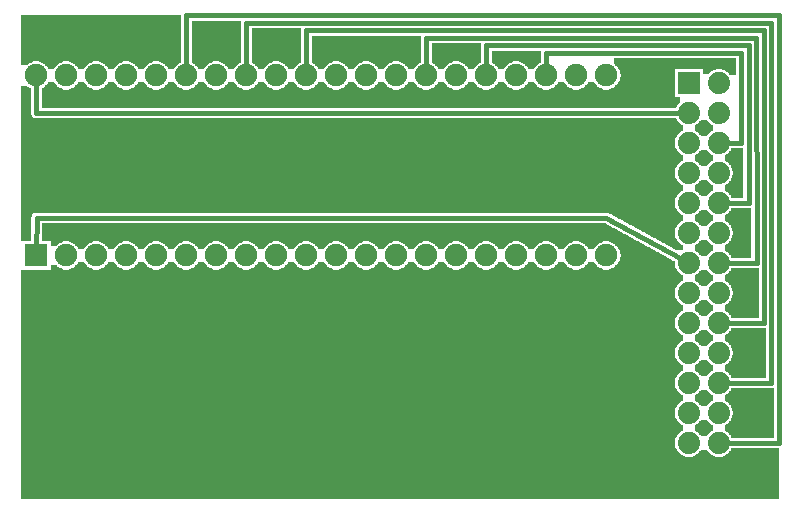
<source format=gbl>
G04 MADE WITH FRITZING*
G04 WWW.FRITZING.ORG*
G04 DOUBLE SIDED*
G04 HOLES PLATED*
G04 CONTOUR ON CENTER OF CONTOUR VECTOR*
%ASAXBY*%
%FSLAX23Y23*%
%MOIN*%
%OFA0B0*%
%SFA1.0B1.0*%
%ADD10C,0.075000*%
%ADD11C,0.074000*%
%ADD12R,0.074000X0.074000*%
%ADD13R,0.075000X0.075000*%
%ADD14C,0.016000*%
%LNCOPPER0*%
G90*
G70*
G54D10*
X118Y1592D03*
X673Y1571D03*
X873Y1553D03*
X123Y1250D03*
X123Y726D03*
X2465Y546D03*
X2468Y346D03*
G54D11*
X2365Y1428D03*
X2365Y1328D03*
X2365Y1228D03*
X2365Y1128D03*
X2365Y1028D03*
X2365Y928D03*
X2365Y828D03*
X2365Y728D03*
X2365Y628D03*
X2365Y528D03*
X2365Y428D03*
X2365Y328D03*
X2365Y228D03*
X2265Y1428D03*
X2265Y1328D03*
X2265Y1228D03*
X2265Y1128D03*
X2265Y1028D03*
X2265Y928D03*
X2265Y828D03*
X2265Y728D03*
X2265Y628D03*
X2265Y528D03*
X2265Y428D03*
X2265Y328D03*
X2265Y228D03*
G54D10*
X90Y853D03*
X90Y1453D03*
X190Y853D03*
X190Y1453D03*
X290Y853D03*
X290Y1453D03*
X390Y853D03*
X390Y1453D03*
X490Y853D03*
X490Y1453D03*
X590Y853D03*
X590Y1453D03*
X690Y853D03*
X690Y1453D03*
X790Y853D03*
X790Y1453D03*
X890Y853D03*
X890Y1453D03*
X990Y853D03*
X990Y1453D03*
X1090Y853D03*
X1090Y1453D03*
X1190Y853D03*
X1190Y1453D03*
X1290Y853D03*
X1290Y1453D03*
X1390Y853D03*
X1390Y1453D03*
X1490Y853D03*
X1490Y1453D03*
X1590Y853D03*
X1590Y1453D03*
X1690Y853D03*
X1690Y1453D03*
X1790Y853D03*
X1790Y1453D03*
X1890Y853D03*
X1890Y1453D03*
X1990Y853D03*
X1990Y1453D03*
G54D12*
X2265Y1428D03*
G54D13*
X90Y853D03*
G54D14*
X90Y1328D02*
X2239Y1328D01*
D02*
X90Y1430D02*
X90Y1328D01*
D02*
X91Y979D02*
X1990Y979D01*
D02*
X1990Y979D02*
X2242Y841D01*
D02*
X90Y876D02*
X91Y979D01*
D02*
X1790Y1476D02*
X1790Y1528D01*
D02*
X1790Y1528D02*
X2440Y1529D01*
D02*
X2440Y1529D02*
X2440Y1228D01*
D02*
X2440Y1228D02*
X2390Y1228D01*
D02*
X1590Y1476D02*
X1590Y1553D01*
D02*
X1590Y1553D02*
X2465Y1553D01*
D02*
X2465Y1553D02*
X2465Y1028D01*
D02*
X2465Y1028D02*
X2390Y1028D01*
D02*
X1390Y1476D02*
X1390Y1578D01*
D02*
X1390Y1578D02*
X2489Y1579D01*
D02*
X2489Y1579D02*
X2491Y828D01*
D02*
X2491Y828D02*
X2390Y828D01*
D02*
X590Y1653D02*
X590Y1476D01*
D02*
X2566Y1654D02*
X590Y1653D01*
D02*
X2566Y228D02*
X2566Y1654D01*
D02*
X2390Y228D02*
X2566Y228D01*
D02*
X790Y1476D02*
X790Y1628D01*
D02*
X790Y1628D02*
X2539Y1628D01*
D02*
X2539Y1628D02*
X2539Y428D01*
D02*
X2539Y428D02*
X2390Y428D01*
D02*
X990Y1603D02*
X990Y1476D01*
D02*
X2515Y1603D02*
X990Y1603D01*
D02*
X2515Y628D02*
X2515Y1603D01*
D02*
X2390Y628D02*
X2515Y628D01*
G36*
X40Y1656D02*
X40Y1500D01*
X500Y1500D01*
X500Y1498D01*
X506Y1498D01*
X506Y1496D01*
X510Y1496D01*
X510Y1494D01*
X512Y1494D01*
X512Y1492D01*
X516Y1492D01*
X516Y1490D01*
X518Y1490D01*
X518Y1488D01*
X520Y1488D01*
X520Y1486D01*
X522Y1486D01*
X522Y1484D01*
X524Y1484D01*
X524Y1482D01*
X526Y1482D01*
X526Y1480D01*
X528Y1480D01*
X528Y1478D01*
X530Y1478D01*
X530Y1474D01*
X550Y1474D01*
X550Y1478D01*
X552Y1478D01*
X552Y1480D01*
X554Y1480D01*
X554Y1484D01*
X556Y1484D01*
X556Y1486D01*
X558Y1486D01*
X558Y1488D01*
X562Y1488D01*
X562Y1490D01*
X564Y1490D01*
X564Y1492D01*
X566Y1492D01*
X566Y1494D01*
X570Y1494D01*
X570Y1496D01*
X572Y1496D01*
X572Y1656D01*
X40Y1656D01*
G37*
D02*
G36*
X40Y1500D02*
X40Y1488D01*
X62Y1488D01*
X62Y1490D01*
X64Y1490D01*
X64Y1492D01*
X66Y1492D01*
X66Y1494D01*
X70Y1494D01*
X70Y1496D01*
X74Y1496D01*
X74Y1498D01*
X80Y1498D01*
X80Y1500D01*
X40Y1500D01*
G37*
D02*
G36*
X100Y1500D02*
X100Y1498D01*
X106Y1498D01*
X106Y1496D01*
X110Y1496D01*
X110Y1494D01*
X112Y1494D01*
X112Y1492D01*
X116Y1492D01*
X116Y1490D01*
X118Y1490D01*
X118Y1488D01*
X120Y1488D01*
X120Y1486D01*
X122Y1486D01*
X122Y1484D01*
X124Y1484D01*
X124Y1482D01*
X126Y1482D01*
X126Y1480D01*
X128Y1480D01*
X128Y1478D01*
X130Y1478D01*
X130Y1474D01*
X150Y1474D01*
X150Y1478D01*
X152Y1478D01*
X152Y1480D01*
X154Y1480D01*
X154Y1482D01*
X156Y1482D01*
X156Y1486D01*
X158Y1486D01*
X158Y1488D01*
X162Y1488D01*
X162Y1490D01*
X164Y1490D01*
X164Y1492D01*
X166Y1492D01*
X166Y1494D01*
X170Y1494D01*
X170Y1496D01*
X174Y1496D01*
X174Y1498D01*
X180Y1498D01*
X180Y1500D01*
X100Y1500D01*
G37*
D02*
G36*
X200Y1500D02*
X200Y1498D01*
X206Y1498D01*
X206Y1496D01*
X210Y1496D01*
X210Y1494D01*
X212Y1494D01*
X212Y1492D01*
X216Y1492D01*
X216Y1490D01*
X218Y1490D01*
X218Y1488D01*
X220Y1488D01*
X220Y1486D01*
X222Y1486D01*
X222Y1484D01*
X224Y1484D01*
X224Y1482D01*
X226Y1482D01*
X226Y1480D01*
X228Y1480D01*
X228Y1478D01*
X230Y1478D01*
X230Y1474D01*
X250Y1474D01*
X250Y1478D01*
X252Y1478D01*
X252Y1480D01*
X254Y1480D01*
X254Y1482D01*
X256Y1482D01*
X256Y1486D01*
X258Y1486D01*
X258Y1488D01*
X262Y1488D01*
X262Y1490D01*
X264Y1490D01*
X264Y1492D01*
X266Y1492D01*
X266Y1494D01*
X270Y1494D01*
X270Y1496D01*
X274Y1496D01*
X274Y1498D01*
X280Y1498D01*
X280Y1500D01*
X200Y1500D01*
G37*
D02*
G36*
X300Y1500D02*
X300Y1498D01*
X306Y1498D01*
X306Y1496D01*
X310Y1496D01*
X310Y1494D01*
X312Y1494D01*
X312Y1492D01*
X316Y1492D01*
X316Y1490D01*
X318Y1490D01*
X318Y1488D01*
X320Y1488D01*
X320Y1486D01*
X322Y1486D01*
X322Y1484D01*
X324Y1484D01*
X324Y1482D01*
X326Y1482D01*
X326Y1480D01*
X328Y1480D01*
X328Y1478D01*
X330Y1478D01*
X330Y1474D01*
X350Y1474D01*
X350Y1478D01*
X352Y1478D01*
X352Y1480D01*
X354Y1480D01*
X354Y1484D01*
X356Y1484D01*
X356Y1486D01*
X358Y1486D01*
X358Y1488D01*
X362Y1488D01*
X362Y1490D01*
X364Y1490D01*
X364Y1492D01*
X366Y1492D01*
X366Y1494D01*
X370Y1494D01*
X370Y1496D01*
X374Y1496D01*
X374Y1498D01*
X380Y1498D01*
X380Y1500D01*
X300Y1500D01*
G37*
D02*
G36*
X400Y1500D02*
X400Y1498D01*
X406Y1498D01*
X406Y1496D01*
X410Y1496D01*
X410Y1494D01*
X412Y1494D01*
X412Y1492D01*
X416Y1492D01*
X416Y1490D01*
X418Y1490D01*
X418Y1488D01*
X420Y1488D01*
X420Y1486D01*
X422Y1486D01*
X422Y1484D01*
X424Y1484D01*
X424Y1482D01*
X426Y1482D01*
X426Y1480D01*
X428Y1480D01*
X428Y1478D01*
X430Y1478D01*
X430Y1474D01*
X450Y1474D01*
X450Y1478D01*
X452Y1478D01*
X452Y1480D01*
X454Y1480D01*
X454Y1484D01*
X456Y1484D01*
X456Y1486D01*
X458Y1486D01*
X458Y1488D01*
X462Y1488D01*
X462Y1490D01*
X464Y1490D01*
X464Y1492D01*
X466Y1492D01*
X466Y1494D01*
X470Y1494D01*
X470Y1496D01*
X474Y1496D01*
X474Y1498D01*
X480Y1498D01*
X480Y1500D01*
X400Y1500D01*
G37*
D02*
G36*
X608Y1634D02*
X608Y1500D01*
X700Y1500D01*
X700Y1498D01*
X706Y1498D01*
X706Y1496D01*
X710Y1496D01*
X710Y1494D01*
X712Y1494D01*
X712Y1492D01*
X716Y1492D01*
X716Y1490D01*
X718Y1490D01*
X718Y1488D01*
X720Y1488D01*
X720Y1486D01*
X722Y1486D01*
X722Y1484D01*
X724Y1484D01*
X724Y1482D01*
X726Y1482D01*
X726Y1480D01*
X728Y1480D01*
X728Y1478D01*
X730Y1478D01*
X730Y1474D01*
X750Y1474D01*
X750Y1478D01*
X752Y1478D01*
X752Y1480D01*
X754Y1480D01*
X754Y1484D01*
X756Y1484D01*
X756Y1486D01*
X758Y1486D01*
X758Y1488D01*
X762Y1488D01*
X762Y1490D01*
X764Y1490D01*
X764Y1492D01*
X766Y1492D01*
X766Y1494D01*
X770Y1494D01*
X770Y1496D01*
X772Y1496D01*
X772Y1634D01*
X608Y1634D01*
G37*
D02*
G36*
X608Y1500D02*
X608Y1496D01*
X610Y1496D01*
X610Y1494D01*
X612Y1494D01*
X612Y1492D01*
X616Y1492D01*
X616Y1490D01*
X618Y1490D01*
X618Y1488D01*
X620Y1488D01*
X620Y1486D01*
X622Y1486D01*
X622Y1484D01*
X624Y1484D01*
X624Y1482D01*
X626Y1482D01*
X626Y1480D01*
X628Y1480D01*
X628Y1478D01*
X630Y1478D01*
X630Y1474D01*
X650Y1474D01*
X650Y1478D01*
X652Y1478D01*
X652Y1480D01*
X654Y1480D01*
X654Y1484D01*
X656Y1484D01*
X656Y1486D01*
X658Y1486D01*
X658Y1488D01*
X662Y1488D01*
X662Y1490D01*
X664Y1490D01*
X664Y1492D01*
X666Y1492D01*
X666Y1494D01*
X670Y1494D01*
X670Y1496D01*
X674Y1496D01*
X674Y1498D01*
X680Y1498D01*
X680Y1500D01*
X608Y1500D01*
G37*
D02*
G36*
X808Y1610D02*
X808Y1500D01*
X900Y1500D01*
X900Y1498D01*
X906Y1498D01*
X906Y1496D01*
X910Y1496D01*
X910Y1494D01*
X912Y1494D01*
X912Y1492D01*
X916Y1492D01*
X916Y1490D01*
X918Y1490D01*
X918Y1488D01*
X920Y1488D01*
X920Y1486D01*
X922Y1486D01*
X922Y1484D01*
X924Y1484D01*
X924Y1482D01*
X926Y1482D01*
X926Y1480D01*
X928Y1480D01*
X928Y1478D01*
X930Y1478D01*
X930Y1474D01*
X950Y1474D01*
X950Y1478D01*
X952Y1478D01*
X952Y1480D01*
X954Y1480D01*
X954Y1484D01*
X956Y1484D01*
X956Y1486D01*
X958Y1486D01*
X958Y1488D01*
X962Y1488D01*
X962Y1490D01*
X964Y1490D01*
X964Y1492D01*
X966Y1492D01*
X966Y1494D01*
X970Y1494D01*
X970Y1496D01*
X972Y1496D01*
X972Y1610D01*
X808Y1610D01*
G37*
D02*
G36*
X808Y1500D02*
X808Y1496D01*
X810Y1496D01*
X810Y1494D01*
X812Y1494D01*
X812Y1492D01*
X816Y1492D01*
X816Y1490D01*
X818Y1490D01*
X818Y1488D01*
X820Y1488D01*
X820Y1486D01*
X822Y1486D01*
X822Y1484D01*
X824Y1484D01*
X824Y1482D01*
X826Y1482D01*
X826Y1480D01*
X828Y1480D01*
X828Y1478D01*
X830Y1478D01*
X830Y1474D01*
X850Y1474D01*
X850Y1478D01*
X852Y1478D01*
X852Y1480D01*
X854Y1480D01*
X854Y1484D01*
X856Y1484D01*
X856Y1486D01*
X858Y1486D01*
X858Y1488D01*
X862Y1488D01*
X862Y1490D01*
X864Y1490D01*
X864Y1492D01*
X866Y1492D01*
X866Y1494D01*
X870Y1494D01*
X870Y1496D01*
X874Y1496D01*
X874Y1498D01*
X880Y1498D01*
X880Y1500D01*
X808Y1500D01*
G37*
D02*
G36*
X1008Y1584D02*
X1008Y1500D01*
X1300Y1500D01*
X1300Y1498D01*
X1306Y1498D01*
X1306Y1496D01*
X1310Y1496D01*
X1310Y1494D01*
X1312Y1494D01*
X1312Y1492D01*
X1316Y1492D01*
X1316Y1490D01*
X1318Y1490D01*
X1318Y1488D01*
X1320Y1488D01*
X1320Y1486D01*
X1322Y1486D01*
X1322Y1484D01*
X1324Y1484D01*
X1324Y1482D01*
X1326Y1482D01*
X1326Y1480D01*
X1328Y1480D01*
X1328Y1478D01*
X1330Y1478D01*
X1330Y1474D01*
X1350Y1474D01*
X1350Y1478D01*
X1352Y1478D01*
X1352Y1480D01*
X1354Y1480D01*
X1354Y1484D01*
X1356Y1484D01*
X1356Y1486D01*
X1358Y1486D01*
X1358Y1488D01*
X1362Y1488D01*
X1362Y1490D01*
X1364Y1490D01*
X1364Y1492D01*
X1366Y1492D01*
X1366Y1494D01*
X1370Y1494D01*
X1370Y1496D01*
X1372Y1496D01*
X1372Y1584D01*
X1008Y1584D01*
G37*
D02*
G36*
X1008Y1500D02*
X1008Y1496D01*
X1010Y1496D01*
X1010Y1494D01*
X1012Y1494D01*
X1012Y1492D01*
X1016Y1492D01*
X1016Y1490D01*
X1018Y1490D01*
X1018Y1488D01*
X1020Y1488D01*
X1020Y1486D01*
X1022Y1486D01*
X1022Y1484D01*
X1024Y1484D01*
X1024Y1482D01*
X1026Y1482D01*
X1026Y1480D01*
X1028Y1480D01*
X1028Y1478D01*
X1030Y1478D01*
X1030Y1474D01*
X1050Y1474D01*
X1050Y1478D01*
X1052Y1478D01*
X1052Y1480D01*
X1054Y1480D01*
X1054Y1484D01*
X1056Y1484D01*
X1056Y1486D01*
X1058Y1486D01*
X1058Y1488D01*
X1062Y1488D01*
X1062Y1490D01*
X1064Y1490D01*
X1064Y1492D01*
X1066Y1492D01*
X1066Y1494D01*
X1070Y1494D01*
X1070Y1496D01*
X1074Y1496D01*
X1074Y1498D01*
X1080Y1498D01*
X1080Y1500D01*
X1008Y1500D01*
G37*
D02*
G36*
X1100Y1500D02*
X1100Y1498D01*
X1106Y1498D01*
X1106Y1496D01*
X1110Y1496D01*
X1110Y1494D01*
X1112Y1494D01*
X1112Y1492D01*
X1116Y1492D01*
X1116Y1490D01*
X1118Y1490D01*
X1118Y1488D01*
X1120Y1488D01*
X1120Y1486D01*
X1122Y1486D01*
X1122Y1484D01*
X1124Y1484D01*
X1124Y1482D01*
X1126Y1482D01*
X1126Y1480D01*
X1128Y1480D01*
X1128Y1478D01*
X1130Y1478D01*
X1130Y1474D01*
X1150Y1474D01*
X1150Y1478D01*
X1152Y1478D01*
X1152Y1480D01*
X1154Y1480D01*
X1154Y1484D01*
X1156Y1484D01*
X1156Y1486D01*
X1158Y1486D01*
X1158Y1488D01*
X1162Y1488D01*
X1162Y1490D01*
X1164Y1490D01*
X1164Y1492D01*
X1166Y1492D01*
X1166Y1494D01*
X1170Y1494D01*
X1170Y1496D01*
X1174Y1496D01*
X1174Y1498D01*
X1180Y1498D01*
X1180Y1500D01*
X1100Y1500D01*
G37*
D02*
G36*
X1200Y1500D02*
X1200Y1498D01*
X1206Y1498D01*
X1206Y1496D01*
X1210Y1496D01*
X1210Y1494D01*
X1212Y1494D01*
X1212Y1492D01*
X1216Y1492D01*
X1216Y1490D01*
X1218Y1490D01*
X1218Y1488D01*
X1220Y1488D01*
X1220Y1486D01*
X1222Y1486D01*
X1222Y1484D01*
X1224Y1484D01*
X1224Y1482D01*
X1226Y1482D01*
X1226Y1480D01*
X1228Y1480D01*
X1228Y1478D01*
X1230Y1478D01*
X1230Y1474D01*
X1250Y1474D01*
X1250Y1478D01*
X1252Y1478D01*
X1252Y1480D01*
X1254Y1480D01*
X1254Y1484D01*
X1256Y1484D01*
X1256Y1486D01*
X1258Y1486D01*
X1258Y1488D01*
X1262Y1488D01*
X1262Y1490D01*
X1264Y1490D01*
X1264Y1492D01*
X1266Y1492D01*
X1266Y1494D01*
X1270Y1494D01*
X1270Y1496D01*
X1274Y1496D01*
X1274Y1498D01*
X1280Y1498D01*
X1280Y1500D01*
X1200Y1500D01*
G37*
D02*
G36*
X1408Y1560D02*
X1408Y1500D01*
X1500Y1500D01*
X1500Y1498D01*
X1506Y1498D01*
X1506Y1496D01*
X1510Y1496D01*
X1510Y1494D01*
X1512Y1494D01*
X1512Y1492D01*
X1516Y1492D01*
X1516Y1490D01*
X1518Y1490D01*
X1518Y1488D01*
X1520Y1488D01*
X1520Y1486D01*
X1522Y1486D01*
X1522Y1484D01*
X1524Y1484D01*
X1524Y1482D01*
X1526Y1482D01*
X1526Y1480D01*
X1528Y1480D01*
X1528Y1478D01*
X1530Y1478D01*
X1530Y1474D01*
X1550Y1474D01*
X1550Y1478D01*
X1552Y1478D01*
X1552Y1480D01*
X1554Y1480D01*
X1554Y1484D01*
X1556Y1484D01*
X1556Y1486D01*
X1558Y1486D01*
X1558Y1488D01*
X1562Y1488D01*
X1562Y1490D01*
X1564Y1490D01*
X1564Y1492D01*
X1566Y1492D01*
X1566Y1494D01*
X1570Y1494D01*
X1570Y1496D01*
X1572Y1496D01*
X1572Y1560D01*
X1408Y1560D01*
G37*
D02*
G36*
X1408Y1500D02*
X1408Y1496D01*
X1410Y1496D01*
X1410Y1494D01*
X1412Y1494D01*
X1412Y1492D01*
X1416Y1492D01*
X1416Y1490D01*
X1418Y1490D01*
X1418Y1488D01*
X1420Y1488D01*
X1420Y1486D01*
X1422Y1486D01*
X1422Y1484D01*
X1424Y1484D01*
X1424Y1482D01*
X1426Y1482D01*
X1426Y1480D01*
X1428Y1480D01*
X1428Y1478D01*
X1430Y1478D01*
X1430Y1474D01*
X1450Y1474D01*
X1450Y1478D01*
X1452Y1478D01*
X1452Y1480D01*
X1454Y1480D01*
X1454Y1484D01*
X1456Y1484D01*
X1456Y1486D01*
X1458Y1486D01*
X1458Y1488D01*
X1462Y1488D01*
X1462Y1490D01*
X1464Y1490D01*
X1464Y1492D01*
X1466Y1492D01*
X1466Y1494D01*
X1470Y1494D01*
X1470Y1496D01*
X1474Y1496D01*
X1474Y1498D01*
X1480Y1498D01*
X1480Y1500D01*
X1408Y1500D01*
G37*
D02*
G36*
X1608Y1534D02*
X1608Y1500D01*
X1700Y1500D01*
X1700Y1498D01*
X1706Y1498D01*
X1706Y1496D01*
X1710Y1496D01*
X1710Y1494D01*
X1712Y1494D01*
X1712Y1492D01*
X1716Y1492D01*
X1716Y1490D01*
X1718Y1490D01*
X1718Y1488D01*
X1720Y1488D01*
X1720Y1486D01*
X1722Y1486D01*
X1722Y1484D01*
X1724Y1484D01*
X1724Y1482D01*
X1726Y1482D01*
X1726Y1480D01*
X1728Y1480D01*
X1728Y1478D01*
X1730Y1478D01*
X1730Y1474D01*
X1750Y1474D01*
X1750Y1478D01*
X1752Y1478D01*
X1752Y1480D01*
X1754Y1480D01*
X1754Y1484D01*
X1756Y1484D01*
X1756Y1486D01*
X1758Y1486D01*
X1758Y1488D01*
X1762Y1488D01*
X1762Y1490D01*
X1764Y1490D01*
X1764Y1492D01*
X1766Y1492D01*
X1766Y1494D01*
X1770Y1494D01*
X1770Y1496D01*
X1772Y1496D01*
X1772Y1534D01*
X1608Y1534D01*
G37*
D02*
G36*
X1608Y1500D02*
X1608Y1496D01*
X1610Y1496D01*
X1610Y1494D01*
X1612Y1494D01*
X1612Y1492D01*
X1616Y1492D01*
X1616Y1490D01*
X1618Y1490D01*
X1618Y1488D01*
X1620Y1488D01*
X1620Y1486D01*
X1622Y1486D01*
X1622Y1484D01*
X1624Y1484D01*
X1624Y1482D01*
X1626Y1482D01*
X1626Y1480D01*
X1628Y1480D01*
X1628Y1478D01*
X1630Y1478D01*
X1630Y1474D01*
X1650Y1474D01*
X1650Y1478D01*
X1652Y1478D01*
X1652Y1480D01*
X1654Y1480D01*
X1654Y1484D01*
X1656Y1484D01*
X1656Y1486D01*
X1658Y1486D01*
X1658Y1488D01*
X1662Y1488D01*
X1662Y1490D01*
X1664Y1490D01*
X1664Y1492D01*
X1666Y1492D01*
X1666Y1494D01*
X1670Y1494D01*
X1670Y1496D01*
X1674Y1496D01*
X1674Y1498D01*
X1680Y1498D01*
X1680Y1500D01*
X1608Y1500D01*
G37*
D02*
G36*
X2016Y1510D02*
X2016Y1490D01*
X2018Y1490D01*
X2018Y1488D01*
X2020Y1488D01*
X2020Y1486D01*
X2022Y1486D01*
X2022Y1484D01*
X2024Y1484D01*
X2024Y1482D01*
X2026Y1482D01*
X2026Y1480D01*
X2028Y1480D01*
X2028Y1478D01*
X2030Y1478D01*
X2030Y1474D01*
X2376Y1474D01*
X2376Y1472D01*
X2382Y1472D01*
X2382Y1470D01*
X2386Y1470D01*
X2386Y1468D01*
X2388Y1468D01*
X2388Y1466D01*
X2392Y1466D01*
X2392Y1464D01*
X2394Y1464D01*
X2394Y1462D01*
X2396Y1462D01*
X2396Y1460D01*
X2398Y1460D01*
X2398Y1458D01*
X2400Y1458D01*
X2400Y1456D01*
X2402Y1456D01*
X2402Y1454D01*
X2422Y1454D01*
X2422Y1510D01*
X2016Y1510D01*
G37*
D02*
G36*
X2032Y1474D02*
X2032Y1470D01*
X2034Y1470D01*
X2034Y1466D01*
X2036Y1466D01*
X2036Y1458D01*
X2038Y1458D01*
X2038Y1448D01*
X2036Y1448D01*
X2036Y1440D01*
X2034Y1440D01*
X2034Y1436D01*
X2032Y1436D01*
X2032Y1432D01*
X2030Y1432D01*
X2030Y1428D01*
X2028Y1428D01*
X2028Y1426D01*
X2026Y1426D01*
X2026Y1424D01*
X2024Y1424D01*
X2024Y1420D01*
X2020Y1420D01*
X2020Y1418D01*
X2018Y1418D01*
X2018Y1416D01*
X2016Y1416D01*
X2016Y1414D01*
X2014Y1414D01*
X2014Y1412D01*
X2010Y1412D01*
X2010Y1410D01*
X2006Y1410D01*
X2006Y1408D01*
X2000Y1408D01*
X2000Y1406D01*
X2218Y1406D01*
X2218Y1474D01*
X2032Y1474D01*
G37*
D02*
G36*
X2312Y1474D02*
X2312Y1458D01*
X2332Y1458D01*
X2332Y1460D01*
X2334Y1460D01*
X2334Y1462D01*
X2336Y1462D01*
X2336Y1464D01*
X2338Y1464D01*
X2338Y1466D01*
X2340Y1466D01*
X2340Y1468D01*
X2344Y1468D01*
X2344Y1470D01*
X2348Y1470D01*
X2348Y1472D01*
X2354Y1472D01*
X2354Y1474D01*
X2312Y1474D01*
G37*
D02*
G36*
X130Y1430D02*
X130Y1428D01*
X128Y1428D01*
X128Y1426D01*
X126Y1426D01*
X126Y1424D01*
X124Y1424D01*
X124Y1420D01*
X120Y1420D01*
X120Y1418D01*
X118Y1418D01*
X118Y1416D01*
X116Y1416D01*
X116Y1414D01*
X114Y1414D01*
X114Y1412D01*
X110Y1412D01*
X110Y1410D01*
X108Y1410D01*
X108Y1406D01*
X178Y1406D01*
X178Y1408D01*
X174Y1408D01*
X174Y1410D01*
X170Y1410D01*
X170Y1412D01*
X166Y1412D01*
X166Y1414D01*
X164Y1414D01*
X164Y1416D01*
X160Y1416D01*
X160Y1418D01*
X158Y1418D01*
X158Y1420D01*
X156Y1420D01*
X156Y1422D01*
X154Y1422D01*
X154Y1426D01*
X152Y1426D01*
X152Y1428D01*
X150Y1428D01*
X150Y1430D01*
X130Y1430D01*
G37*
D02*
G36*
X230Y1430D02*
X230Y1428D01*
X228Y1428D01*
X228Y1426D01*
X226Y1426D01*
X226Y1424D01*
X224Y1424D01*
X224Y1420D01*
X220Y1420D01*
X220Y1418D01*
X218Y1418D01*
X218Y1416D01*
X216Y1416D01*
X216Y1414D01*
X214Y1414D01*
X214Y1412D01*
X210Y1412D01*
X210Y1410D01*
X206Y1410D01*
X206Y1408D01*
X200Y1408D01*
X200Y1406D01*
X278Y1406D01*
X278Y1408D01*
X274Y1408D01*
X274Y1410D01*
X270Y1410D01*
X270Y1412D01*
X266Y1412D01*
X266Y1414D01*
X264Y1414D01*
X264Y1416D01*
X260Y1416D01*
X260Y1418D01*
X258Y1418D01*
X258Y1420D01*
X256Y1420D01*
X256Y1422D01*
X254Y1422D01*
X254Y1426D01*
X252Y1426D01*
X252Y1428D01*
X250Y1428D01*
X250Y1430D01*
X230Y1430D01*
G37*
D02*
G36*
X330Y1430D02*
X330Y1428D01*
X328Y1428D01*
X328Y1426D01*
X326Y1426D01*
X326Y1424D01*
X324Y1424D01*
X324Y1420D01*
X320Y1420D01*
X320Y1418D01*
X318Y1418D01*
X318Y1416D01*
X316Y1416D01*
X316Y1414D01*
X314Y1414D01*
X314Y1412D01*
X310Y1412D01*
X310Y1410D01*
X306Y1410D01*
X306Y1408D01*
X300Y1408D01*
X300Y1406D01*
X378Y1406D01*
X378Y1408D01*
X374Y1408D01*
X374Y1410D01*
X370Y1410D01*
X370Y1412D01*
X366Y1412D01*
X366Y1414D01*
X364Y1414D01*
X364Y1416D01*
X360Y1416D01*
X360Y1418D01*
X358Y1418D01*
X358Y1420D01*
X356Y1420D01*
X356Y1422D01*
X354Y1422D01*
X354Y1426D01*
X352Y1426D01*
X352Y1428D01*
X350Y1428D01*
X350Y1430D01*
X330Y1430D01*
G37*
D02*
G36*
X430Y1430D02*
X430Y1428D01*
X428Y1428D01*
X428Y1426D01*
X426Y1426D01*
X426Y1424D01*
X424Y1424D01*
X424Y1420D01*
X420Y1420D01*
X420Y1418D01*
X418Y1418D01*
X418Y1416D01*
X416Y1416D01*
X416Y1414D01*
X414Y1414D01*
X414Y1412D01*
X410Y1412D01*
X410Y1410D01*
X406Y1410D01*
X406Y1408D01*
X400Y1408D01*
X400Y1406D01*
X478Y1406D01*
X478Y1408D01*
X474Y1408D01*
X474Y1410D01*
X470Y1410D01*
X470Y1412D01*
X466Y1412D01*
X466Y1414D01*
X464Y1414D01*
X464Y1416D01*
X460Y1416D01*
X460Y1418D01*
X458Y1418D01*
X458Y1420D01*
X456Y1420D01*
X456Y1422D01*
X454Y1422D01*
X454Y1426D01*
X452Y1426D01*
X452Y1428D01*
X450Y1428D01*
X450Y1430D01*
X430Y1430D01*
G37*
D02*
G36*
X530Y1430D02*
X530Y1428D01*
X528Y1428D01*
X528Y1426D01*
X526Y1426D01*
X526Y1424D01*
X524Y1424D01*
X524Y1420D01*
X520Y1420D01*
X520Y1418D01*
X518Y1418D01*
X518Y1416D01*
X516Y1416D01*
X516Y1414D01*
X514Y1414D01*
X514Y1412D01*
X510Y1412D01*
X510Y1410D01*
X506Y1410D01*
X506Y1408D01*
X500Y1408D01*
X500Y1406D01*
X578Y1406D01*
X578Y1408D01*
X574Y1408D01*
X574Y1410D01*
X570Y1410D01*
X570Y1412D01*
X566Y1412D01*
X566Y1414D01*
X564Y1414D01*
X564Y1416D01*
X560Y1416D01*
X560Y1418D01*
X558Y1418D01*
X558Y1420D01*
X556Y1420D01*
X556Y1422D01*
X554Y1422D01*
X554Y1426D01*
X552Y1426D01*
X552Y1428D01*
X550Y1428D01*
X550Y1430D01*
X530Y1430D01*
G37*
D02*
G36*
X630Y1430D02*
X630Y1428D01*
X628Y1428D01*
X628Y1426D01*
X626Y1426D01*
X626Y1424D01*
X624Y1424D01*
X624Y1420D01*
X620Y1420D01*
X620Y1418D01*
X618Y1418D01*
X618Y1416D01*
X616Y1416D01*
X616Y1414D01*
X614Y1414D01*
X614Y1412D01*
X610Y1412D01*
X610Y1410D01*
X606Y1410D01*
X606Y1408D01*
X600Y1408D01*
X600Y1406D01*
X678Y1406D01*
X678Y1408D01*
X674Y1408D01*
X674Y1410D01*
X670Y1410D01*
X670Y1412D01*
X666Y1412D01*
X666Y1414D01*
X664Y1414D01*
X664Y1416D01*
X660Y1416D01*
X660Y1418D01*
X658Y1418D01*
X658Y1420D01*
X656Y1420D01*
X656Y1422D01*
X654Y1422D01*
X654Y1426D01*
X652Y1426D01*
X652Y1428D01*
X650Y1428D01*
X650Y1430D01*
X630Y1430D01*
G37*
D02*
G36*
X730Y1430D02*
X730Y1428D01*
X728Y1428D01*
X728Y1426D01*
X726Y1426D01*
X726Y1424D01*
X724Y1424D01*
X724Y1420D01*
X720Y1420D01*
X720Y1418D01*
X718Y1418D01*
X718Y1416D01*
X716Y1416D01*
X716Y1414D01*
X714Y1414D01*
X714Y1412D01*
X710Y1412D01*
X710Y1410D01*
X706Y1410D01*
X706Y1408D01*
X700Y1408D01*
X700Y1406D01*
X778Y1406D01*
X778Y1408D01*
X774Y1408D01*
X774Y1410D01*
X770Y1410D01*
X770Y1412D01*
X766Y1412D01*
X766Y1414D01*
X764Y1414D01*
X764Y1416D01*
X760Y1416D01*
X760Y1418D01*
X758Y1418D01*
X758Y1420D01*
X756Y1420D01*
X756Y1422D01*
X754Y1422D01*
X754Y1426D01*
X752Y1426D01*
X752Y1428D01*
X750Y1428D01*
X750Y1430D01*
X730Y1430D01*
G37*
D02*
G36*
X830Y1430D02*
X830Y1428D01*
X828Y1428D01*
X828Y1426D01*
X826Y1426D01*
X826Y1424D01*
X824Y1424D01*
X824Y1420D01*
X820Y1420D01*
X820Y1418D01*
X818Y1418D01*
X818Y1416D01*
X816Y1416D01*
X816Y1414D01*
X814Y1414D01*
X814Y1412D01*
X810Y1412D01*
X810Y1410D01*
X806Y1410D01*
X806Y1408D01*
X800Y1408D01*
X800Y1406D01*
X878Y1406D01*
X878Y1408D01*
X874Y1408D01*
X874Y1410D01*
X870Y1410D01*
X870Y1412D01*
X866Y1412D01*
X866Y1414D01*
X864Y1414D01*
X864Y1416D01*
X860Y1416D01*
X860Y1418D01*
X858Y1418D01*
X858Y1420D01*
X856Y1420D01*
X856Y1422D01*
X854Y1422D01*
X854Y1426D01*
X852Y1426D01*
X852Y1428D01*
X850Y1428D01*
X850Y1430D01*
X830Y1430D01*
G37*
D02*
G36*
X930Y1430D02*
X930Y1428D01*
X928Y1428D01*
X928Y1426D01*
X926Y1426D01*
X926Y1424D01*
X924Y1424D01*
X924Y1420D01*
X920Y1420D01*
X920Y1418D01*
X918Y1418D01*
X918Y1416D01*
X916Y1416D01*
X916Y1414D01*
X914Y1414D01*
X914Y1412D01*
X910Y1412D01*
X910Y1410D01*
X906Y1410D01*
X906Y1408D01*
X900Y1408D01*
X900Y1406D01*
X978Y1406D01*
X978Y1408D01*
X974Y1408D01*
X974Y1410D01*
X970Y1410D01*
X970Y1412D01*
X966Y1412D01*
X966Y1414D01*
X964Y1414D01*
X964Y1416D01*
X960Y1416D01*
X960Y1418D01*
X958Y1418D01*
X958Y1420D01*
X956Y1420D01*
X956Y1422D01*
X954Y1422D01*
X954Y1426D01*
X952Y1426D01*
X952Y1428D01*
X950Y1428D01*
X950Y1430D01*
X930Y1430D01*
G37*
D02*
G36*
X1030Y1430D02*
X1030Y1428D01*
X1028Y1428D01*
X1028Y1426D01*
X1026Y1426D01*
X1026Y1424D01*
X1024Y1424D01*
X1024Y1420D01*
X1020Y1420D01*
X1020Y1418D01*
X1018Y1418D01*
X1018Y1416D01*
X1016Y1416D01*
X1016Y1414D01*
X1014Y1414D01*
X1014Y1412D01*
X1010Y1412D01*
X1010Y1410D01*
X1006Y1410D01*
X1006Y1408D01*
X1000Y1408D01*
X1000Y1406D01*
X1078Y1406D01*
X1078Y1408D01*
X1074Y1408D01*
X1074Y1410D01*
X1070Y1410D01*
X1070Y1412D01*
X1066Y1412D01*
X1066Y1414D01*
X1064Y1414D01*
X1064Y1416D01*
X1060Y1416D01*
X1060Y1418D01*
X1058Y1418D01*
X1058Y1420D01*
X1056Y1420D01*
X1056Y1422D01*
X1054Y1422D01*
X1054Y1426D01*
X1052Y1426D01*
X1052Y1428D01*
X1050Y1428D01*
X1050Y1430D01*
X1030Y1430D01*
G37*
D02*
G36*
X1130Y1430D02*
X1130Y1428D01*
X1128Y1428D01*
X1128Y1426D01*
X1126Y1426D01*
X1126Y1424D01*
X1124Y1424D01*
X1124Y1420D01*
X1120Y1420D01*
X1120Y1418D01*
X1118Y1418D01*
X1118Y1416D01*
X1116Y1416D01*
X1116Y1414D01*
X1114Y1414D01*
X1114Y1412D01*
X1110Y1412D01*
X1110Y1410D01*
X1106Y1410D01*
X1106Y1408D01*
X1100Y1408D01*
X1100Y1406D01*
X1178Y1406D01*
X1178Y1408D01*
X1174Y1408D01*
X1174Y1410D01*
X1170Y1410D01*
X1170Y1412D01*
X1166Y1412D01*
X1166Y1414D01*
X1164Y1414D01*
X1164Y1416D01*
X1160Y1416D01*
X1160Y1418D01*
X1158Y1418D01*
X1158Y1420D01*
X1156Y1420D01*
X1156Y1422D01*
X1154Y1422D01*
X1154Y1426D01*
X1152Y1426D01*
X1152Y1428D01*
X1150Y1428D01*
X1150Y1430D01*
X1130Y1430D01*
G37*
D02*
G36*
X1230Y1430D02*
X1230Y1428D01*
X1228Y1428D01*
X1228Y1426D01*
X1226Y1426D01*
X1226Y1424D01*
X1224Y1424D01*
X1224Y1420D01*
X1220Y1420D01*
X1220Y1418D01*
X1218Y1418D01*
X1218Y1416D01*
X1216Y1416D01*
X1216Y1414D01*
X1214Y1414D01*
X1214Y1412D01*
X1210Y1412D01*
X1210Y1410D01*
X1206Y1410D01*
X1206Y1408D01*
X1200Y1408D01*
X1200Y1406D01*
X1278Y1406D01*
X1278Y1408D01*
X1274Y1408D01*
X1274Y1410D01*
X1270Y1410D01*
X1270Y1412D01*
X1266Y1412D01*
X1266Y1414D01*
X1264Y1414D01*
X1264Y1416D01*
X1260Y1416D01*
X1260Y1418D01*
X1258Y1418D01*
X1258Y1420D01*
X1256Y1420D01*
X1256Y1422D01*
X1254Y1422D01*
X1254Y1426D01*
X1252Y1426D01*
X1252Y1428D01*
X1250Y1428D01*
X1250Y1430D01*
X1230Y1430D01*
G37*
D02*
G36*
X1330Y1430D02*
X1330Y1428D01*
X1328Y1428D01*
X1328Y1426D01*
X1326Y1426D01*
X1326Y1424D01*
X1324Y1424D01*
X1324Y1420D01*
X1320Y1420D01*
X1320Y1418D01*
X1318Y1418D01*
X1318Y1416D01*
X1316Y1416D01*
X1316Y1414D01*
X1314Y1414D01*
X1314Y1412D01*
X1310Y1412D01*
X1310Y1410D01*
X1306Y1410D01*
X1306Y1408D01*
X1300Y1408D01*
X1300Y1406D01*
X1378Y1406D01*
X1378Y1408D01*
X1374Y1408D01*
X1374Y1410D01*
X1370Y1410D01*
X1370Y1412D01*
X1366Y1412D01*
X1366Y1414D01*
X1364Y1414D01*
X1364Y1416D01*
X1360Y1416D01*
X1360Y1418D01*
X1358Y1418D01*
X1358Y1420D01*
X1356Y1420D01*
X1356Y1422D01*
X1354Y1422D01*
X1354Y1426D01*
X1352Y1426D01*
X1352Y1428D01*
X1350Y1428D01*
X1350Y1430D01*
X1330Y1430D01*
G37*
D02*
G36*
X1430Y1430D02*
X1430Y1428D01*
X1428Y1428D01*
X1428Y1426D01*
X1426Y1426D01*
X1426Y1424D01*
X1424Y1424D01*
X1424Y1420D01*
X1420Y1420D01*
X1420Y1418D01*
X1418Y1418D01*
X1418Y1416D01*
X1416Y1416D01*
X1416Y1414D01*
X1414Y1414D01*
X1414Y1412D01*
X1410Y1412D01*
X1410Y1410D01*
X1406Y1410D01*
X1406Y1408D01*
X1400Y1408D01*
X1400Y1406D01*
X1478Y1406D01*
X1478Y1408D01*
X1474Y1408D01*
X1474Y1410D01*
X1470Y1410D01*
X1470Y1412D01*
X1466Y1412D01*
X1466Y1414D01*
X1464Y1414D01*
X1464Y1416D01*
X1460Y1416D01*
X1460Y1418D01*
X1458Y1418D01*
X1458Y1420D01*
X1456Y1420D01*
X1456Y1422D01*
X1454Y1422D01*
X1454Y1426D01*
X1452Y1426D01*
X1452Y1428D01*
X1450Y1428D01*
X1450Y1430D01*
X1430Y1430D01*
G37*
D02*
G36*
X1530Y1430D02*
X1530Y1428D01*
X1528Y1428D01*
X1528Y1426D01*
X1526Y1426D01*
X1526Y1424D01*
X1524Y1424D01*
X1524Y1420D01*
X1520Y1420D01*
X1520Y1418D01*
X1518Y1418D01*
X1518Y1416D01*
X1516Y1416D01*
X1516Y1414D01*
X1514Y1414D01*
X1514Y1412D01*
X1510Y1412D01*
X1510Y1410D01*
X1506Y1410D01*
X1506Y1408D01*
X1500Y1408D01*
X1500Y1406D01*
X1578Y1406D01*
X1578Y1408D01*
X1574Y1408D01*
X1574Y1410D01*
X1570Y1410D01*
X1570Y1412D01*
X1566Y1412D01*
X1566Y1414D01*
X1564Y1414D01*
X1564Y1416D01*
X1560Y1416D01*
X1560Y1418D01*
X1558Y1418D01*
X1558Y1420D01*
X1556Y1420D01*
X1556Y1422D01*
X1554Y1422D01*
X1554Y1426D01*
X1552Y1426D01*
X1552Y1428D01*
X1550Y1428D01*
X1550Y1430D01*
X1530Y1430D01*
G37*
D02*
G36*
X1630Y1430D02*
X1630Y1428D01*
X1628Y1428D01*
X1628Y1426D01*
X1626Y1426D01*
X1626Y1424D01*
X1624Y1424D01*
X1624Y1420D01*
X1620Y1420D01*
X1620Y1418D01*
X1618Y1418D01*
X1618Y1416D01*
X1616Y1416D01*
X1616Y1414D01*
X1614Y1414D01*
X1614Y1412D01*
X1610Y1412D01*
X1610Y1410D01*
X1606Y1410D01*
X1606Y1408D01*
X1600Y1408D01*
X1600Y1406D01*
X1678Y1406D01*
X1678Y1408D01*
X1674Y1408D01*
X1674Y1410D01*
X1670Y1410D01*
X1670Y1412D01*
X1666Y1412D01*
X1666Y1414D01*
X1664Y1414D01*
X1664Y1416D01*
X1660Y1416D01*
X1660Y1418D01*
X1658Y1418D01*
X1658Y1420D01*
X1656Y1420D01*
X1656Y1422D01*
X1654Y1422D01*
X1654Y1426D01*
X1652Y1426D01*
X1652Y1428D01*
X1650Y1428D01*
X1650Y1430D01*
X1630Y1430D01*
G37*
D02*
G36*
X1730Y1430D02*
X1730Y1428D01*
X1728Y1428D01*
X1728Y1426D01*
X1726Y1426D01*
X1726Y1424D01*
X1724Y1424D01*
X1724Y1420D01*
X1720Y1420D01*
X1720Y1418D01*
X1718Y1418D01*
X1718Y1416D01*
X1716Y1416D01*
X1716Y1414D01*
X1714Y1414D01*
X1714Y1412D01*
X1710Y1412D01*
X1710Y1410D01*
X1706Y1410D01*
X1706Y1408D01*
X1700Y1408D01*
X1700Y1406D01*
X1778Y1406D01*
X1778Y1408D01*
X1774Y1408D01*
X1774Y1410D01*
X1770Y1410D01*
X1770Y1412D01*
X1766Y1412D01*
X1766Y1414D01*
X1764Y1414D01*
X1764Y1416D01*
X1760Y1416D01*
X1760Y1418D01*
X1758Y1418D01*
X1758Y1420D01*
X1756Y1420D01*
X1756Y1422D01*
X1754Y1422D01*
X1754Y1426D01*
X1752Y1426D01*
X1752Y1428D01*
X1750Y1428D01*
X1750Y1430D01*
X1730Y1430D01*
G37*
D02*
G36*
X1830Y1430D02*
X1830Y1428D01*
X1828Y1428D01*
X1828Y1426D01*
X1826Y1426D01*
X1826Y1424D01*
X1824Y1424D01*
X1824Y1420D01*
X1820Y1420D01*
X1820Y1418D01*
X1818Y1418D01*
X1818Y1416D01*
X1816Y1416D01*
X1816Y1414D01*
X1814Y1414D01*
X1814Y1412D01*
X1810Y1412D01*
X1810Y1410D01*
X1806Y1410D01*
X1806Y1408D01*
X1800Y1408D01*
X1800Y1406D01*
X1878Y1406D01*
X1878Y1408D01*
X1874Y1408D01*
X1874Y1410D01*
X1870Y1410D01*
X1870Y1412D01*
X1866Y1412D01*
X1866Y1414D01*
X1864Y1414D01*
X1864Y1416D01*
X1860Y1416D01*
X1860Y1418D01*
X1858Y1418D01*
X1858Y1420D01*
X1856Y1420D01*
X1856Y1422D01*
X1854Y1422D01*
X1854Y1426D01*
X1852Y1426D01*
X1852Y1428D01*
X1850Y1428D01*
X1850Y1430D01*
X1830Y1430D01*
G37*
D02*
G36*
X1930Y1430D02*
X1930Y1428D01*
X1928Y1428D01*
X1928Y1426D01*
X1926Y1426D01*
X1926Y1424D01*
X1924Y1424D01*
X1924Y1420D01*
X1920Y1420D01*
X1920Y1418D01*
X1918Y1418D01*
X1918Y1416D01*
X1916Y1416D01*
X1916Y1414D01*
X1914Y1414D01*
X1914Y1412D01*
X1910Y1412D01*
X1910Y1410D01*
X1906Y1410D01*
X1906Y1408D01*
X1900Y1408D01*
X1900Y1406D01*
X1978Y1406D01*
X1978Y1408D01*
X1974Y1408D01*
X1974Y1410D01*
X1970Y1410D01*
X1970Y1412D01*
X1966Y1412D01*
X1966Y1414D01*
X1964Y1414D01*
X1964Y1416D01*
X1960Y1416D01*
X1960Y1418D01*
X1958Y1418D01*
X1958Y1420D01*
X1956Y1420D01*
X1956Y1422D01*
X1954Y1422D01*
X1954Y1426D01*
X1952Y1426D01*
X1952Y1428D01*
X1950Y1428D01*
X1950Y1430D01*
X1930Y1430D01*
G37*
D02*
G36*
X108Y1406D02*
X108Y1404D01*
X2218Y1404D01*
X2218Y1406D01*
X108Y1406D01*
G37*
D02*
G36*
X108Y1406D02*
X108Y1404D01*
X2218Y1404D01*
X2218Y1406D01*
X108Y1406D01*
G37*
D02*
G36*
X108Y1406D02*
X108Y1404D01*
X2218Y1404D01*
X2218Y1406D01*
X108Y1406D01*
G37*
D02*
G36*
X108Y1406D02*
X108Y1404D01*
X2218Y1404D01*
X2218Y1406D01*
X108Y1406D01*
G37*
D02*
G36*
X108Y1406D02*
X108Y1404D01*
X2218Y1404D01*
X2218Y1406D01*
X108Y1406D01*
G37*
D02*
G36*
X108Y1406D02*
X108Y1404D01*
X2218Y1404D01*
X2218Y1406D01*
X108Y1406D01*
G37*
D02*
G36*
X108Y1406D02*
X108Y1404D01*
X2218Y1404D01*
X2218Y1406D01*
X108Y1406D01*
G37*
D02*
G36*
X108Y1406D02*
X108Y1404D01*
X2218Y1404D01*
X2218Y1406D01*
X108Y1406D01*
G37*
D02*
G36*
X108Y1406D02*
X108Y1404D01*
X2218Y1404D01*
X2218Y1406D01*
X108Y1406D01*
G37*
D02*
G36*
X108Y1406D02*
X108Y1404D01*
X2218Y1404D01*
X2218Y1406D01*
X108Y1406D01*
G37*
D02*
G36*
X108Y1406D02*
X108Y1404D01*
X2218Y1404D01*
X2218Y1406D01*
X108Y1406D01*
G37*
D02*
G36*
X108Y1406D02*
X108Y1404D01*
X2218Y1404D01*
X2218Y1406D01*
X108Y1406D01*
G37*
D02*
G36*
X108Y1406D02*
X108Y1404D01*
X2218Y1404D01*
X2218Y1406D01*
X108Y1406D01*
G37*
D02*
G36*
X108Y1406D02*
X108Y1404D01*
X2218Y1404D01*
X2218Y1406D01*
X108Y1406D01*
G37*
D02*
G36*
X108Y1406D02*
X108Y1404D01*
X2218Y1404D01*
X2218Y1406D01*
X108Y1406D01*
G37*
D02*
G36*
X108Y1406D02*
X108Y1404D01*
X2218Y1404D01*
X2218Y1406D01*
X108Y1406D01*
G37*
D02*
G36*
X108Y1406D02*
X108Y1404D01*
X2218Y1404D01*
X2218Y1406D01*
X108Y1406D01*
G37*
D02*
G36*
X108Y1406D02*
X108Y1404D01*
X2218Y1404D01*
X2218Y1406D01*
X108Y1406D01*
G37*
D02*
G36*
X108Y1406D02*
X108Y1404D01*
X2218Y1404D01*
X2218Y1406D01*
X108Y1406D01*
G37*
D02*
G36*
X108Y1406D02*
X108Y1404D01*
X2218Y1404D01*
X2218Y1406D01*
X108Y1406D01*
G37*
D02*
G36*
X108Y1404D02*
X108Y1346D01*
X2222Y1346D01*
X2222Y1348D01*
X2224Y1348D01*
X2224Y1350D01*
X2226Y1350D01*
X2226Y1354D01*
X2228Y1354D01*
X2228Y1356D01*
X2230Y1356D01*
X2230Y1358D01*
X2232Y1358D01*
X2232Y1360D01*
X2234Y1360D01*
X2234Y1380D01*
X2218Y1380D01*
X2218Y1404D01*
X108Y1404D01*
G37*
D02*
G36*
X40Y1418D02*
X40Y996D01*
X1998Y996D01*
X1998Y994D01*
X2000Y994D01*
X2000Y992D01*
X2004Y992D01*
X2004Y990D01*
X2008Y990D01*
X2008Y988D01*
X2012Y988D01*
X2012Y986D01*
X2016Y986D01*
X2016Y984D01*
X2020Y984D01*
X2020Y982D01*
X2022Y982D01*
X2022Y980D01*
X2026Y980D01*
X2026Y978D01*
X2030Y978D01*
X2030Y976D01*
X2034Y976D01*
X2034Y974D01*
X2038Y974D01*
X2038Y972D01*
X2042Y972D01*
X2042Y970D01*
X2044Y970D01*
X2044Y968D01*
X2048Y968D01*
X2048Y966D01*
X2052Y966D01*
X2052Y964D01*
X2056Y964D01*
X2056Y962D01*
X2060Y962D01*
X2060Y960D01*
X2062Y960D01*
X2062Y958D01*
X2066Y958D01*
X2066Y956D01*
X2070Y956D01*
X2070Y954D01*
X2074Y954D01*
X2074Y952D01*
X2078Y952D01*
X2078Y950D01*
X2082Y950D01*
X2082Y948D01*
X2084Y948D01*
X2084Y946D01*
X2088Y946D01*
X2088Y944D01*
X2092Y944D01*
X2092Y942D01*
X2096Y942D01*
X2096Y940D01*
X2100Y940D01*
X2100Y938D01*
X2104Y938D01*
X2104Y936D01*
X2106Y936D01*
X2106Y934D01*
X2110Y934D01*
X2110Y932D01*
X2114Y932D01*
X2114Y930D01*
X2118Y930D01*
X2118Y928D01*
X2122Y928D01*
X2122Y926D01*
X2126Y926D01*
X2126Y924D01*
X2128Y924D01*
X2128Y922D01*
X2132Y922D01*
X2132Y920D01*
X2136Y920D01*
X2136Y918D01*
X2140Y918D01*
X2140Y916D01*
X2144Y916D01*
X2144Y914D01*
X2146Y914D01*
X2146Y912D01*
X2150Y912D01*
X2150Y910D01*
X2154Y910D01*
X2154Y908D01*
X2158Y908D01*
X2158Y906D01*
X2162Y906D01*
X2162Y904D01*
X2166Y904D01*
X2166Y902D01*
X2168Y902D01*
X2168Y900D01*
X2172Y900D01*
X2172Y898D01*
X2176Y898D01*
X2176Y896D01*
X2180Y896D01*
X2180Y894D01*
X2184Y894D01*
X2184Y892D01*
X2188Y892D01*
X2188Y890D01*
X2190Y890D01*
X2190Y888D01*
X2194Y888D01*
X2194Y886D01*
X2198Y886D01*
X2198Y884D01*
X2202Y884D01*
X2202Y882D01*
X2206Y882D01*
X2206Y880D01*
X2208Y880D01*
X2208Y878D01*
X2212Y878D01*
X2212Y876D01*
X2216Y876D01*
X2216Y874D01*
X2220Y874D01*
X2220Y872D01*
X2224Y872D01*
X2224Y870D01*
X2244Y870D01*
X2244Y888D01*
X2240Y888D01*
X2240Y890D01*
X2238Y890D01*
X2238Y892D01*
X2236Y892D01*
X2236Y894D01*
X2234Y894D01*
X2234Y896D01*
X2232Y896D01*
X2232Y898D01*
X2230Y898D01*
X2230Y900D01*
X2228Y900D01*
X2228Y902D01*
X2226Y902D01*
X2226Y904D01*
X2224Y904D01*
X2224Y908D01*
X2222Y908D01*
X2222Y912D01*
X2220Y912D01*
X2220Y918D01*
X2218Y918D01*
X2218Y938D01*
X2220Y938D01*
X2220Y944D01*
X2222Y944D01*
X2222Y948D01*
X2224Y948D01*
X2224Y950D01*
X2226Y950D01*
X2226Y954D01*
X2228Y954D01*
X2228Y956D01*
X2230Y956D01*
X2230Y958D01*
X2232Y958D01*
X2232Y960D01*
X2234Y960D01*
X2234Y962D01*
X2236Y962D01*
X2236Y964D01*
X2238Y964D01*
X2238Y966D01*
X2240Y966D01*
X2240Y968D01*
X2244Y968D01*
X2244Y988D01*
X2240Y988D01*
X2240Y990D01*
X2238Y990D01*
X2238Y992D01*
X2236Y992D01*
X2236Y994D01*
X2234Y994D01*
X2234Y996D01*
X2232Y996D01*
X2232Y998D01*
X2230Y998D01*
X2230Y1000D01*
X2228Y1000D01*
X2228Y1002D01*
X2226Y1002D01*
X2226Y1004D01*
X2224Y1004D01*
X2224Y1008D01*
X2222Y1008D01*
X2222Y1012D01*
X2220Y1012D01*
X2220Y1018D01*
X2218Y1018D01*
X2218Y1038D01*
X2220Y1038D01*
X2220Y1044D01*
X2222Y1044D01*
X2222Y1048D01*
X2224Y1048D01*
X2224Y1050D01*
X2226Y1050D01*
X2226Y1054D01*
X2228Y1054D01*
X2228Y1056D01*
X2230Y1056D01*
X2230Y1058D01*
X2232Y1058D01*
X2232Y1060D01*
X2234Y1060D01*
X2234Y1062D01*
X2236Y1062D01*
X2236Y1064D01*
X2238Y1064D01*
X2238Y1066D01*
X2240Y1066D01*
X2240Y1068D01*
X2244Y1068D01*
X2244Y1088D01*
X2240Y1088D01*
X2240Y1090D01*
X2238Y1090D01*
X2238Y1092D01*
X2236Y1092D01*
X2236Y1094D01*
X2234Y1094D01*
X2234Y1096D01*
X2232Y1096D01*
X2232Y1098D01*
X2230Y1098D01*
X2230Y1100D01*
X2228Y1100D01*
X2228Y1102D01*
X2226Y1102D01*
X2226Y1104D01*
X2224Y1104D01*
X2224Y1108D01*
X2222Y1108D01*
X2222Y1112D01*
X2220Y1112D01*
X2220Y1118D01*
X2218Y1118D01*
X2218Y1138D01*
X2220Y1138D01*
X2220Y1144D01*
X2222Y1144D01*
X2222Y1148D01*
X2224Y1148D01*
X2224Y1150D01*
X2226Y1150D01*
X2226Y1154D01*
X2228Y1154D01*
X2228Y1156D01*
X2230Y1156D01*
X2230Y1158D01*
X2232Y1158D01*
X2232Y1160D01*
X2234Y1160D01*
X2234Y1162D01*
X2236Y1162D01*
X2236Y1164D01*
X2238Y1164D01*
X2238Y1166D01*
X2240Y1166D01*
X2240Y1168D01*
X2244Y1168D01*
X2244Y1188D01*
X2240Y1188D01*
X2240Y1190D01*
X2238Y1190D01*
X2238Y1192D01*
X2236Y1192D01*
X2236Y1194D01*
X2234Y1194D01*
X2234Y1196D01*
X2232Y1196D01*
X2232Y1198D01*
X2230Y1198D01*
X2230Y1200D01*
X2228Y1200D01*
X2228Y1202D01*
X2226Y1202D01*
X2226Y1204D01*
X2224Y1204D01*
X2224Y1208D01*
X2222Y1208D01*
X2222Y1212D01*
X2220Y1212D01*
X2220Y1218D01*
X2218Y1218D01*
X2218Y1238D01*
X2220Y1238D01*
X2220Y1244D01*
X2222Y1244D01*
X2222Y1248D01*
X2224Y1248D01*
X2224Y1250D01*
X2226Y1250D01*
X2226Y1254D01*
X2228Y1254D01*
X2228Y1256D01*
X2230Y1256D01*
X2230Y1258D01*
X2232Y1258D01*
X2232Y1260D01*
X2234Y1260D01*
X2234Y1262D01*
X2236Y1262D01*
X2236Y1264D01*
X2238Y1264D01*
X2238Y1266D01*
X2240Y1266D01*
X2240Y1268D01*
X2244Y1268D01*
X2244Y1288D01*
X2240Y1288D01*
X2240Y1290D01*
X2238Y1290D01*
X2238Y1292D01*
X2236Y1292D01*
X2236Y1294D01*
X2234Y1294D01*
X2234Y1296D01*
X2232Y1296D01*
X2232Y1298D01*
X2230Y1298D01*
X2230Y1300D01*
X2228Y1300D01*
X2228Y1302D01*
X2226Y1302D01*
X2226Y1304D01*
X2224Y1304D01*
X2224Y1308D01*
X2222Y1308D01*
X2222Y1310D01*
X84Y1310D01*
X84Y1312D01*
X80Y1312D01*
X80Y1314D01*
X78Y1314D01*
X78Y1316D01*
X76Y1316D01*
X76Y1318D01*
X74Y1318D01*
X74Y1322D01*
X72Y1322D01*
X72Y1410D01*
X70Y1410D01*
X70Y1412D01*
X66Y1412D01*
X66Y1414D01*
X64Y1414D01*
X64Y1416D01*
X60Y1416D01*
X60Y1418D01*
X40Y1418D01*
G37*
D02*
G36*
X40Y996D02*
X40Y900D01*
X72Y900D01*
X72Y982D01*
X74Y982D01*
X74Y988D01*
X76Y988D01*
X76Y990D01*
X78Y990D01*
X78Y992D01*
X80Y992D01*
X80Y994D01*
X84Y994D01*
X84Y996D01*
X40Y996D01*
G37*
D02*
G36*
X2304Y1306D02*
X2304Y1302D01*
X2302Y1302D01*
X2302Y1300D01*
X2300Y1300D01*
X2300Y1298D01*
X2298Y1298D01*
X2298Y1296D01*
X2296Y1296D01*
X2296Y1294D01*
X2294Y1294D01*
X2294Y1292D01*
X2292Y1292D01*
X2292Y1290D01*
X2290Y1290D01*
X2290Y1288D01*
X2286Y1288D01*
X2286Y1268D01*
X2288Y1268D01*
X2288Y1266D01*
X2292Y1266D01*
X2292Y1264D01*
X2294Y1264D01*
X2294Y1262D01*
X2296Y1262D01*
X2296Y1260D01*
X2298Y1260D01*
X2298Y1258D01*
X2300Y1258D01*
X2300Y1256D01*
X2302Y1256D01*
X2302Y1254D01*
X2304Y1254D01*
X2304Y1250D01*
X2326Y1250D01*
X2326Y1254D01*
X2328Y1254D01*
X2328Y1256D01*
X2330Y1256D01*
X2330Y1258D01*
X2332Y1258D01*
X2332Y1260D01*
X2334Y1260D01*
X2334Y1262D01*
X2336Y1262D01*
X2336Y1264D01*
X2338Y1264D01*
X2338Y1266D01*
X2340Y1266D01*
X2340Y1268D01*
X2344Y1268D01*
X2344Y1288D01*
X2340Y1288D01*
X2340Y1290D01*
X2338Y1290D01*
X2338Y1292D01*
X2336Y1292D01*
X2336Y1294D01*
X2334Y1294D01*
X2334Y1296D01*
X2332Y1296D01*
X2332Y1298D01*
X2330Y1298D01*
X2330Y1300D01*
X2328Y1300D01*
X2328Y1302D01*
X2326Y1302D01*
X2326Y1304D01*
X2324Y1304D01*
X2324Y1306D01*
X2304Y1306D01*
G37*
D02*
G36*
X2406Y1210D02*
X2406Y1206D01*
X2404Y1206D01*
X2404Y1202D01*
X2402Y1202D01*
X2402Y1200D01*
X2400Y1200D01*
X2400Y1198D01*
X2398Y1198D01*
X2398Y1196D01*
X2396Y1196D01*
X2396Y1194D01*
X2394Y1194D01*
X2394Y1192D01*
X2392Y1192D01*
X2392Y1190D01*
X2390Y1190D01*
X2390Y1188D01*
X2386Y1188D01*
X2386Y1168D01*
X2388Y1168D01*
X2388Y1166D01*
X2392Y1166D01*
X2392Y1164D01*
X2394Y1164D01*
X2394Y1162D01*
X2396Y1162D01*
X2396Y1160D01*
X2398Y1160D01*
X2398Y1158D01*
X2400Y1158D01*
X2400Y1156D01*
X2402Y1156D01*
X2402Y1154D01*
X2404Y1154D01*
X2404Y1150D01*
X2406Y1150D01*
X2406Y1146D01*
X2408Y1146D01*
X2408Y1142D01*
X2410Y1142D01*
X2410Y1136D01*
X2412Y1136D01*
X2412Y1120D01*
X2410Y1120D01*
X2410Y1114D01*
X2408Y1114D01*
X2408Y1110D01*
X2406Y1110D01*
X2406Y1106D01*
X2404Y1106D01*
X2404Y1102D01*
X2402Y1102D01*
X2402Y1100D01*
X2400Y1100D01*
X2400Y1098D01*
X2398Y1098D01*
X2398Y1096D01*
X2396Y1096D01*
X2396Y1094D01*
X2394Y1094D01*
X2394Y1092D01*
X2392Y1092D01*
X2392Y1090D01*
X2390Y1090D01*
X2390Y1088D01*
X2386Y1088D01*
X2386Y1068D01*
X2388Y1068D01*
X2388Y1066D01*
X2392Y1066D01*
X2392Y1064D01*
X2394Y1064D01*
X2394Y1062D01*
X2396Y1062D01*
X2396Y1060D01*
X2398Y1060D01*
X2398Y1058D01*
X2400Y1058D01*
X2400Y1056D01*
X2402Y1056D01*
X2402Y1054D01*
X2404Y1054D01*
X2404Y1050D01*
X2406Y1050D01*
X2406Y1046D01*
X2446Y1046D01*
X2446Y1210D01*
X2406Y1210D01*
G37*
D02*
G36*
X2304Y1206D02*
X2304Y1202D01*
X2302Y1202D01*
X2302Y1200D01*
X2300Y1200D01*
X2300Y1198D01*
X2298Y1198D01*
X2298Y1196D01*
X2296Y1196D01*
X2296Y1194D01*
X2294Y1194D01*
X2294Y1192D01*
X2292Y1192D01*
X2292Y1190D01*
X2290Y1190D01*
X2290Y1188D01*
X2286Y1188D01*
X2286Y1168D01*
X2288Y1168D01*
X2288Y1166D01*
X2292Y1166D01*
X2292Y1164D01*
X2294Y1164D01*
X2294Y1162D01*
X2296Y1162D01*
X2296Y1160D01*
X2298Y1160D01*
X2298Y1158D01*
X2300Y1158D01*
X2300Y1156D01*
X2302Y1156D01*
X2302Y1154D01*
X2304Y1154D01*
X2304Y1150D01*
X2326Y1150D01*
X2326Y1154D01*
X2328Y1154D01*
X2328Y1156D01*
X2330Y1156D01*
X2330Y1158D01*
X2332Y1158D01*
X2332Y1160D01*
X2334Y1160D01*
X2334Y1162D01*
X2336Y1162D01*
X2336Y1164D01*
X2338Y1164D01*
X2338Y1166D01*
X2340Y1166D01*
X2340Y1168D01*
X2344Y1168D01*
X2344Y1188D01*
X2340Y1188D01*
X2340Y1190D01*
X2338Y1190D01*
X2338Y1192D01*
X2336Y1192D01*
X2336Y1194D01*
X2334Y1194D01*
X2334Y1196D01*
X2332Y1196D01*
X2332Y1198D01*
X2330Y1198D01*
X2330Y1200D01*
X2328Y1200D01*
X2328Y1202D01*
X2326Y1202D01*
X2326Y1204D01*
X2324Y1204D01*
X2324Y1206D01*
X2304Y1206D01*
G37*
D02*
G36*
X2304Y1106D02*
X2304Y1102D01*
X2302Y1102D01*
X2302Y1100D01*
X2300Y1100D01*
X2300Y1098D01*
X2298Y1098D01*
X2298Y1096D01*
X2296Y1096D01*
X2296Y1094D01*
X2294Y1094D01*
X2294Y1092D01*
X2292Y1092D01*
X2292Y1090D01*
X2290Y1090D01*
X2290Y1088D01*
X2286Y1088D01*
X2286Y1068D01*
X2288Y1068D01*
X2288Y1066D01*
X2292Y1066D01*
X2292Y1064D01*
X2294Y1064D01*
X2294Y1062D01*
X2296Y1062D01*
X2296Y1060D01*
X2298Y1060D01*
X2298Y1058D01*
X2300Y1058D01*
X2300Y1056D01*
X2302Y1056D01*
X2302Y1054D01*
X2304Y1054D01*
X2304Y1050D01*
X2326Y1050D01*
X2326Y1054D01*
X2328Y1054D01*
X2328Y1056D01*
X2330Y1056D01*
X2330Y1058D01*
X2332Y1058D01*
X2332Y1060D01*
X2334Y1060D01*
X2334Y1062D01*
X2336Y1062D01*
X2336Y1064D01*
X2338Y1064D01*
X2338Y1066D01*
X2340Y1066D01*
X2340Y1068D01*
X2344Y1068D01*
X2344Y1088D01*
X2340Y1088D01*
X2340Y1090D01*
X2338Y1090D01*
X2338Y1092D01*
X2336Y1092D01*
X2336Y1094D01*
X2334Y1094D01*
X2334Y1096D01*
X2332Y1096D01*
X2332Y1098D01*
X2330Y1098D01*
X2330Y1100D01*
X2328Y1100D01*
X2328Y1102D01*
X2326Y1102D01*
X2326Y1104D01*
X2324Y1104D01*
X2324Y1106D01*
X2304Y1106D01*
G37*
D02*
G36*
X2406Y1010D02*
X2406Y1006D01*
X2404Y1006D01*
X2404Y1002D01*
X2402Y1002D01*
X2402Y1000D01*
X2400Y1000D01*
X2400Y998D01*
X2398Y998D01*
X2398Y996D01*
X2396Y996D01*
X2396Y994D01*
X2394Y994D01*
X2394Y992D01*
X2392Y992D01*
X2392Y990D01*
X2390Y990D01*
X2390Y988D01*
X2386Y988D01*
X2386Y968D01*
X2388Y968D01*
X2388Y966D01*
X2392Y966D01*
X2392Y964D01*
X2394Y964D01*
X2394Y962D01*
X2396Y962D01*
X2396Y960D01*
X2398Y960D01*
X2398Y958D01*
X2400Y958D01*
X2400Y956D01*
X2402Y956D01*
X2402Y954D01*
X2404Y954D01*
X2404Y950D01*
X2406Y950D01*
X2406Y946D01*
X2408Y946D01*
X2408Y942D01*
X2410Y942D01*
X2410Y936D01*
X2412Y936D01*
X2412Y920D01*
X2410Y920D01*
X2410Y914D01*
X2408Y914D01*
X2408Y910D01*
X2406Y910D01*
X2406Y906D01*
X2404Y906D01*
X2404Y902D01*
X2402Y902D01*
X2402Y900D01*
X2400Y900D01*
X2400Y898D01*
X2398Y898D01*
X2398Y896D01*
X2396Y896D01*
X2396Y894D01*
X2394Y894D01*
X2394Y892D01*
X2392Y892D01*
X2392Y890D01*
X2390Y890D01*
X2390Y888D01*
X2386Y888D01*
X2386Y868D01*
X2388Y868D01*
X2388Y866D01*
X2392Y866D01*
X2392Y864D01*
X2394Y864D01*
X2394Y862D01*
X2396Y862D01*
X2396Y860D01*
X2398Y860D01*
X2398Y858D01*
X2400Y858D01*
X2400Y856D01*
X2402Y856D01*
X2402Y854D01*
X2404Y854D01*
X2404Y850D01*
X2406Y850D01*
X2406Y846D01*
X2472Y846D01*
X2472Y1010D01*
X2406Y1010D01*
G37*
D02*
G36*
X2304Y1006D02*
X2304Y1002D01*
X2302Y1002D01*
X2302Y1000D01*
X2300Y1000D01*
X2300Y998D01*
X2298Y998D01*
X2298Y996D01*
X2296Y996D01*
X2296Y994D01*
X2294Y994D01*
X2294Y992D01*
X2292Y992D01*
X2292Y990D01*
X2290Y990D01*
X2290Y988D01*
X2286Y988D01*
X2286Y968D01*
X2288Y968D01*
X2288Y966D01*
X2292Y966D01*
X2292Y964D01*
X2294Y964D01*
X2294Y962D01*
X2296Y962D01*
X2296Y960D01*
X2298Y960D01*
X2298Y958D01*
X2300Y958D01*
X2300Y956D01*
X2302Y956D01*
X2302Y954D01*
X2304Y954D01*
X2304Y950D01*
X2326Y950D01*
X2326Y954D01*
X2328Y954D01*
X2328Y956D01*
X2330Y956D01*
X2330Y958D01*
X2332Y958D01*
X2332Y960D01*
X2334Y960D01*
X2334Y962D01*
X2336Y962D01*
X2336Y964D01*
X2338Y964D01*
X2338Y966D01*
X2340Y966D01*
X2340Y968D01*
X2344Y968D01*
X2344Y988D01*
X2340Y988D01*
X2340Y990D01*
X2338Y990D01*
X2338Y992D01*
X2336Y992D01*
X2336Y994D01*
X2334Y994D01*
X2334Y996D01*
X2332Y996D01*
X2332Y998D01*
X2330Y998D01*
X2330Y1000D01*
X2328Y1000D01*
X2328Y1002D01*
X2326Y1002D01*
X2326Y1004D01*
X2324Y1004D01*
X2324Y1006D01*
X2304Y1006D01*
G37*
D02*
G36*
X2304Y906D02*
X2304Y902D01*
X2302Y902D01*
X2302Y900D01*
X2300Y900D01*
X2300Y898D01*
X2298Y898D01*
X2298Y896D01*
X2296Y896D01*
X2296Y894D01*
X2294Y894D01*
X2294Y892D01*
X2292Y892D01*
X2292Y890D01*
X2290Y890D01*
X2290Y888D01*
X2286Y888D01*
X2286Y868D01*
X2288Y868D01*
X2288Y866D01*
X2292Y866D01*
X2292Y864D01*
X2294Y864D01*
X2294Y862D01*
X2296Y862D01*
X2296Y860D01*
X2298Y860D01*
X2298Y858D01*
X2300Y858D01*
X2300Y856D01*
X2302Y856D01*
X2302Y854D01*
X2304Y854D01*
X2304Y850D01*
X2326Y850D01*
X2326Y854D01*
X2328Y854D01*
X2328Y856D01*
X2330Y856D01*
X2330Y858D01*
X2332Y858D01*
X2332Y860D01*
X2334Y860D01*
X2334Y862D01*
X2336Y862D01*
X2336Y864D01*
X2338Y864D01*
X2338Y866D01*
X2340Y866D01*
X2340Y868D01*
X2344Y868D01*
X2344Y888D01*
X2340Y888D01*
X2340Y890D01*
X2338Y890D01*
X2338Y892D01*
X2336Y892D01*
X2336Y894D01*
X2334Y894D01*
X2334Y896D01*
X2332Y896D01*
X2332Y898D01*
X2330Y898D01*
X2330Y900D01*
X2328Y900D01*
X2328Y902D01*
X2326Y902D01*
X2326Y904D01*
X2324Y904D01*
X2324Y906D01*
X2304Y906D01*
G37*
D02*
G36*
X108Y960D02*
X108Y900D01*
X2000Y900D01*
X2000Y898D01*
X2006Y898D01*
X2006Y896D01*
X2010Y896D01*
X2010Y894D01*
X2012Y894D01*
X2012Y892D01*
X2016Y892D01*
X2016Y890D01*
X2018Y890D01*
X2018Y888D01*
X2020Y888D01*
X2020Y886D01*
X2022Y886D01*
X2022Y884D01*
X2024Y884D01*
X2024Y882D01*
X2026Y882D01*
X2026Y880D01*
X2028Y880D01*
X2028Y878D01*
X2030Y878D01*
X2030Y874D01*
X2032Y874D01*
X2032Y870D01*
X2034Y870D01*
X2034Y866D01*
X2036Y866D01*
X2036Y858D01*
X2038Y858D01*
X2038Y848D01*
X2036Y848D01*
X2036Y840D01*
X2034Y840D01*
X2034Y836D01*
X2032Y836D01*
X2032Y832D01*
X2030Y832D01*
X2030Y828D01*
X2028Y828D01*
X2028Y826D01*
X2026Y826D01*
X2026Y824D01*
X2024Y824D01*
X2024Y820D01*
X2020Y820D01*
X2020Y818D01*
X2018Y818D01*
X2018Y816D01*
X2016Y816D01*
X2016Y814D01*
X2014Y814D01*
X2014Y812D01*
X2010Y812D01*
X2010Y810D01*
X2006Y810D01*
X2006Y808D01*
X2000Y808D01*
X2000Y806D01*
X2224Y806D01*
X2224Y808D01*
X2222Y808D01*
X2222Y812D01*
X2220Y812D01*
X2220Y818D01*
X2218Y818D01*
X2218Y834D01*
X2214Y834D01*
X2214Y836D01*
X2210Y836D01*
X2210Y838D01*
X2206Y838D01*
X2206Y840D01*
X2204Y840D01*
X2204Y842D01*
X2200Y842D01*
X2200Y844D01*
X2196Y844D01*
X2196Y846D01*
X2192Y846D01*
X2192Y848D01*
X2188Y848D01*
X2188Y850D01*
X2186Y850D01*
X2186Y852D01*
X2182Y852D01*
X2182Y854D01*
X2178Y854D01*
X2178Y856D01*
X2174Y856D01*
X2174Y858D01*
X2170Y858D01*
X2170Y860D01*
X2166Y860D01*
X2166Y862D01*
X2164Y862D01*
X2164Y864D01*
X2160Y864D01*
X2160Y866D01*
X2156Y866D01*
X2156Y868D01*
X2152Y868D01*
X2152Y870D01*
X2148Y870D01*
X2148Y872D01*
X2144Y872D01*
X2144Y874D01*
X2142Y874D01*
X2142Y876D01*
X2138Y876D01*
X2138Y878D01*
X2134Y878D01*
X2134Y880D01*
X2130Y880D01*
X2130Y882D01*
X2126Y882D01*
X2126Y884D01*
X2124Y884D01*
X2124Y886D01*
X2120Y886D01*
X2120Y888D01*
X2116Y888D01*
X2116Y890D01*
X2112Y890D01*
X2112Y892D01*
X2108Y892D01*
X2108Y894D01*
X2104Y894D01*
X2104Y896D01*
X2102Y896D01*
X2102Y898D01*
X2098Y898D01*
X2098Y900D01*
X2094Y900D01*
X2094Y902D01*
X2090Y902D01*
X2090Y904D01*
X2086Y904D01*
X2086Y906D01*
X2082Y906D01*
X2082Y908D01*
X2080Y908D01*
X2080Y910D01*
X2076Y910D01*
X2076Y912D01*
X2072Y912D01*
X2072Y914D01*
X2068Y914D01*
X2068Y916D01*
X2064Y916D01*
X2064Y918D01*
X2062Y918D01*
X2062Y920D01*
X2058Y920D01*
X2058Y922D01*
X2054Y922D01*
X2054Y924D01*
X2050Y924D01*
X2050Y926D01*
X2046Y926D01*
X2046Y928D01*
X2042Y928D01*
X2042Y930D01*
X2040Y930D01*
X2040Y932D01*
X2036Y932D01*
X2036Y934D01*
X2032Y934D01*
X2032Y936D01*
X2028Y936D01*
X2028Y938D01*
X2024Y938D01*
X2024Y940D01*
X2020Y940D01*
X2020Y942D01*
X2018Y942D01*
X2018Y944D01*
X2014Y944D01*
X2014Y946D01*
X2010Y946D01*
X2010Y948D01*
X2006Y948D01*
X2006Y950D01*
X2002Y950D01*
X2002Y952D01*
X2000Y952D01*
X2000Y954D01*
X1996Y954D01*
X1996Y956D01*
X1992Y956D01*
X1992Y958D01*
X1988Y958D01*
X1988Y960D01*
X108Y960D01*
G37*
D02*
G36*
X138Y900D02*
X138Y886D01*
X158Y886D01*
X158Y888D01*
X162Y888D01*
X162Y890D01*
X164Y890D01*
X164Y892D01*
X166Y892D01*
X166Y894D01*
X170Y894D01*
X170Y896D01*
X174Y896D01*
X174Y898D01*
X180Y898D01*
X180Y900D01*
X138Y900D01*
G37*
D02*
G36*
X200Y900D02*
X200Y898D01*
X206Y898D01*
X206Y896D01*
X210Y896D01*
X210Y894D01*
X212Y894D01*
X212Y892D01*
X216Y892D01*
X216Y890D01*
X218Y890D01*
X218Y888D01*
X220Y888D01*
X220Y886D01*
X222Y886D01*
X222Y884D01*
X224Y884D01*
X224Y882D01*
X226Y882D01*
X226Y880D01*
X228Y880D01*
X228Y878D01*
X230Y878D01*
X230Y876D01*
X250Y876D01*
X250Y878D01*
X252Y878D01*
X252Y880D01*
X254Y880D01*
X254Y884D01*
X256Y884D01*
X256Y886D01*
X258Y886D01*
X258Y888D01*
X262Y888D01*
X262Y890D01*
X264Y890D01*
X264Y892D01*
X266Y892D01*
X266Y894D01*
X270Y894D01*
X270Y896D01*
X274Y896D01*
X274Y898D01*
X280Y898D01*
X280Y900D01*
X200Y900D01*
G37*
D02*
G36*
X300Y900D02*
X300Y898D01*
X306Y898D01*
X306Y896D01*
X310Y896D01*
X310Y894D01*
X312Y894D01*
X312Y892D01*
X316Y892D01*
X316Y890D01*
X318Y890D01*
X318Y888D01*
X320Y888D01*
X320Y886D01*
X322Y886D01*
X322Y884D01*
X324Y884D01*
X324Y882D01*
X326Y882D01*
X326Y880D01*
X328Y880D01*
X328Y878D01*
X330Y878D01*
X330Y876D01*
X350Y876D01*
X350Y878D01*
X352Y878D01*
X352Y880D01*
X354Y880D01*
X354Y884D01*
X356Y884D01*
X356Y886D01*
X358Y886D01*
X358Y888D01*
X362Y888D01*
X362Y890D01*
X364Y890D01*
X364Y892D01*
X366Y892D01*
X366Y894D01*
X370Y894D01*
X370Y896D01*
X374Y896D01*
X374Y898D01*
X380Y898D01*
X380Y900D01*
X300Y900D01*
G37*
D02*
G36*
X400Y900D02*
X400Y898D01*
X406Y898D01*
X406Y896D01*
X410Y896D01*
X410Y894D01*
X412Y894D01*
X412Y892D01*
X416Y892D01*
X416Y890D01*
X418Y890D01*
X418Y888D01*
X420Y888D01*
X420Y886D01*
X422Y886D01*
X422Y884D01*
X424Y884D01*
X424Y882D01*
X426Y882D01*
X426Y880D01*
X428Y880D01*
X428Y878D01*
X430Y878D01*
X430Y876D01*
X450Y876D01*
X450Y878D01*
X452Y878D01*
X452Y880D01*
X454Y880D01*
X454Y884D01*
X456Y884D01*
X456Y886D01*
X458Y886D01*
X458Y888D01*
X462Y888D01*
X462Y890D01*
X464Y890D01*
X464Y892D01*
X466Y892D01*
X466Y894D01*
X470Y894D01*
X470Y896D01*
X474Y896D01*
X474Y898D01*
X480Y898D01*
X480Y900D01*
X400Y900D01*
G37*
D02*
G36*
X500Y900D02*
X500Y898D01*
X506Y898D01*
X506Y896D01*
X510Y896D01*
X510Y894D01*
X512Y894D01*
X512Y892D01*
X516Y892D01*
X516Y890D01*
X518Y890D01*
X518Y888D01*
X520Y888D01*
X520Y886D01*
X522Y886D01*
X522Y884D01*
X524Y884D01*
X524Y882D01*
X526Y882D01*
X526Y880D01*
X528Y880D01*
X528Y878D01*
X530Y878D01*
X530Y876D01*
X550Y876D01*
X550Y878D01*
X552Y878D01*
X552Y880D01*
X554Y880D01*
X554Y884D01*
X556Y884D01*
X556Y886D01*
X558Y886D01*
X558Y888D01*
X562Y888D01*
X562Y890D01*
X564Y890D01*
X564Y892D01*
X566Y892D01*
X566Y894D01*
X570Y894D01*
X570Y896D01*
X574Y896D01*
X574Y898D01*
X580Y898D01*
X580Y900D01*
X500Y900D01*
G37*
D02*
G36*
X600Y900D02*
X600Y898D01*
X606Y898D01*
X606Y896D01*
X610Y896D01*
X610Y894D01*
X612Y894D01*
X612Y892D01*
X616Y892D01*
X616Y890D01*
X618Y890D01*
X618Y888D01*
X620Y888D01*
X620Y886D01*
X622Y886D01*
X622Y884D01*
X624Y884D01*
X624Y882D01*
X626Y882D01*
X626Y880D01*
X628Y880D01*
X628Y878D01*
X630Y878D01*
X630Y876D01*
X650Y876D01*
X650Y878D01*
X652Y878D01*
X652Y880D01*
X654Y880D01*
X654Y884D01*
X656Y884D01*
X656Y886D01*
X658Y886D01*
X658Y888D01*
X662Y888D01*
X662Y890D01*
X664Y890D01*
X664Y892D01*
X666Y892D01*
X666Y894D01*
X670Y894D01*
X670Y896D01*
X674Y896D01*
X674Y898D01*
X680Y898D01*
X680Y900D01*
X600Y900D01*
G37*
D02*
G36*
X700Y900D02*
X700Y898D01*
X706Y898D01*
X706Y896D01*
X710Y896D01*
X710Y894D01*
X712Y894D01*
X712Y892D01*
X716Y892D01*
X716Y890D01*
X718Y890D01*
X718Y888D01*
X720Y888D01*
X720Y886D01*
X722Y886D01*
X722Y884D01*
X724Y884D01*
X724Y882D01*
X726Y882D01*
X726Y880D01*
X728Y880D01*
X728Y878D01*
X730Y878D01*
X730Y876D01*
X750Y876D01*
X750Y878D01*
X752Y878D01*
X752Y880D01*
X754Y880D01*
X754Y884D01*
X756Y884D01*
X756Y886D01*
X758Y886D01*
X758Y888D01*
X762Y888D01*
X762Y890D01*
X764Y890D01*
X764Y892D01*
X766Y892D01*
X766Y894D01*
X770Y894D01*
X770Y896D01*
X774Y896D01*
X774Y898D01*
X780Y898D01*
X780Y900D01*
X700Y900D01*
G37*
D02*
G36*
X800Y900D02*
X800Y898D01*
X806Y898D01*
X806Y896D01*
X810Y896D01*
X810Y894D01*
X812Y894D01*
X812Y892D01*
X816Y892D01*
X816Y890D01*
X818Y890D01*
X818Y888D01*
X820Y888D01*
X820Y886D01*
X822Y886D01*
X822Y884D01*
X824Y884D01*
X824Y882D01*
X826Y882D01*
X826Y880D01*
X828Y880D01*
X828Y878D01*
X830Y878D01*
X830Y876D01*
X850Y876D01*
X850Y878D01*
X852Y878D01*
X852Y880D01*
X854Y880D01*
X854Y884D01*
X856Y884D01*
X856Y886D01*
X858Y886D01*
X858Y888D01*
X862Y888D01*
X862Y890D01*
X864Y890D01*
X864Y892D01*
X866Y892D01*
X866Y894D01*
X870Y894D01*
X870Y896D01*
X874Y896D01*
X874Y898D01*
X880Y898D01*
X880Y900D01*
X800Y900D01*
G37*
D02*
G36*
X900Y900D02*
X900Y898D01*
X906Y898D01*
X906Y896D01*
X910Y896D01*
X910Y894D01*
X912Y894D01*
X912Y892D01*
X916Y892D01*
X916Y890D01*
X918Y890D01*
X918Y888D01*
X920Y888D01*
X920Y886D01*
X922Y886D01*
X922Y884D01*
X924Y884D01*
X924Y882D01*
X926Y882D01*
X926Y880D01*
X928Y880D01*
X928Y878D01*
X930Y878D01*
X930Y876D01*
X950Y876D01*
X950Y878D01*
X952Y878D01*
X952Y880D01*
X954Y880D01*
X954Y884D01*
X956Y884D01*
X956Y886D01*
X958Y886D01*
X958Y888D01*
X962Y888D01*
X962Y890D01*
X964Y890D01*
X964Y892D01*
X966Y892D01*
X966Y894D01*
X970Y894D01*
X970Y896D01*
X974Y896D01*
X974Y898D01*
X980Y898D01*
X980Y900D01*
X900Y900D01*
G37*
D02*
G36*
X1000Y900D02*
X1000Y898D01*
X1006Y898D01*
X1006Y896D01*
X1010Y896D01*
X1010Y894D01*
X1012Y894D01*
X1012Y892D01*
X1016Y892D01*
X1016Y890D01*
X1018Y890D01*
X1018Y888D01*
X1020Y888D01*
X1020Y886D01*
X1022Y886D01*
X1022Y884D01*
X1024Y884D01*
X1024Y882D01*
X1026Y882D01*
X1026Y880D01*
X1028Y880D01*
X1028Y878D01*
X1030Y878D01*
X1030Y876D01*
X1050Y876D01*
X1050Y878D01*
X1052Y878D01*
X1052Y880D01*
X1054Y880D01*
X1054Y884D01*
X1056Y884D01*
X1056Y886D01*
X1058Y886D01*
X1058Y888D01*
X1062Y888D01*
X1062Y890D01*
X1064Y890D01*
X1064Y892D01*
X1066Y892D01*
X1066Y894D01*
X1070Y894D01*
X1070Y896D01*
X1074Y896D01*
X1074Y898D01*
X1080Y898D01*
X1080Y900D01*
X1000Y900D01*
G37*
D02*
G36*
X1100Y900D02*
X1100Y898D01*
X1106Y898D01*
X1106Y896D01*
X1110Y896D01*
X1110Y894D01*
X1112Y894D01*
X1112Y892D01*
X1116Y892D01*
X1116Y890D01*
X1118Y890D01*
X1118Y888D01*
X1120Y888D01*
X1120Y886D01*
X1122Y886D01*
X1122Y884D01*
X1124Y884D01*
X1124Y882D01*
X1126Y882D01*
X1126Y880D01*
X1128Y880D01*
X1128Y878D01*
X1130Y878D01*
X1130Y876D01*
X1150Y876D01*
X1150Y878D01*
X1152Y878D01*
X1152Y880D01*
X1154Y880D01*
X1154Y884D01*
X1156Y884D01*
X1156Y886D01*
X1158Y886D01*
X1158Y888D01*
X1162Y888D01*
X1162Y890D01*
X1164Y890D01*
X1164Y892D01*
X1166Y892D01*
X1166Y894D01*
X1170Y894D01*
X1170Y896D01*
X1174Y896D01*
X1174Y898D01*
X1180Y898D01*
X1180Y900D01*
X1100Y900D01*
G37*
D02*
G36*
X1200Y900D02*
X1200Y898D01*
X1206Y898D01*
X1206Y896D01*
X1210Y896D01*
X1210Y894D01*
X1212Y894D01*
X1212Y892D01*
X1216Y892D01*
X1216Y890D01*
X1218Y890D01*
X1218Y888D01*
X1220Y888D01*
X1220Y886D01*
X1222Y886D01*
X1222Y884D01*
X1224Y884D01*
X1224Y882D01*
X1226Y882D01*
X1226Y880D01*
X1228Y880D01*
X1228Y878D01*
X1230Y878D01*
X1230Y876D01*
X1250Y876D01*
X1250Y878D01*
X1252Y878D01*
X1252Y880D01*
X1254Y880D01*
X1254Y884D01*
X1256Y884D01*
X1256Y886D01*
X1258Y886D01*
X1258Y888D01*
X1262Y888D01*
X1262Y890D01*
X1264Y890D01*
X1264Y892D01*
X1266Y892D01*
X1266Y894D01*
X1270Y894D01*
X1270Y896D01*
X1274Y896D01*
X1274Y898D01*
X1280Y898D01*
X1280Y900D01*
X1200Y900D01*
G37*
D02*
G36*
X1300Y900D02*
X1300Y898D01*
X1306Y898D01*
X1306Y896D01*
X1310Y896D01*
X1310Y894D01*
X1312Y894D01*
X1312Y892D01*
X1316Y892D01*
X1316Y890D01*
X1318Y890D01*
X1318Y888D01*
X1320Y888D01*
X1320Y886D01*
X1322Y886D01*
X1322Y884D01*
X1324Y884D01*
X1324Y882D01*
X1326Y882D01*
X1326Y880D01*
X1328Y880D01*
X1328Y878D01*
X1330Y878D01*
X1330Y876D01*
X1350Y876D01*
X1350Y878D01*
X1352Y878D01*
X1352Y880D01*
X1354Y880D01*
X1354Y884D01*
X1356Y884D01*
X1356Y886D01*
X1358Y886D01*
X1358Y888D01*
X1362Y888D01*
X1362Y890D01*
X1364Y890D01*
X1364Y892D01*
X1366Y892D01*
X1366Y894D01*
X1370Y894D01*
X1370Y896D01*
X1374Y896D01*
X1374Y898D01*
X1380Y898D01*
X1380Y900D01*
X1300Y900D01*
G37*
D02*
G36*
X1400Y900D02*
X1400Y898D01*
X1406Y898D01*
X1406Y896D01*
X1410Y896D01*
X1410Y894D01*
X1412Y894D01*
X1412Y892D01*
X1416Y892D01*
X1416Y890D01*
X1418Y890D01*
X1418Y888D01*
X1420Y888D01*
X1420Y886D01*
X1422Y886D01*
X1422Y884D01*
X1424Y884D01*
X1424Y882D01*
X1426Y882D01*
X1426Y880D01*
X1428Y880D01*
X1428Y878D01*
X1430Y878D01*
X1430Y876D01*
X1450Y876D01*
X1450Y878D01*
X1452Y878D01*
X1452Y880D01*
X1454Y880D01*
X1454Y884D01*
X1456Y884D01*
X1456Y886D01*
X1458Y886D01*
X1458Y888D01*
X1462Y888D01*
X1462Y890D01*
X1464Y890D01*
X1464Y892D01*
X1466Y892D01*
X1466Y894D01*
X1470Y894D01*
X1470Y896D01*
X1474Y896D01*
X1474Y898D01*
X1480Y898D01*
X1480Y900D01*
X1400Y900D01*
G37*
D02*
G36*
X1500Y900D02*
X1500Y898D01*
X1506Y898D01*
X1506Y896D01*
X1510Y896D01*
X1510Y894D01*
X1512Y894D01*
X1512Y892D01*
X1516Y892D01*
X1516Y890D01*
X1518Y890D01*
X1518Y888D01*
X1520Y888D01*
X1520Y886D01*
X1522Y886D01*
X1522Y884D01*
X1524Y884D01*
X1524Y882D01*
X1526Y882D01*
X1526Y880D01*
X1528Y880D01*
X1528Y878D01*
X1530Y878D01*
X1530Y876D01*
X1550Y876D01*
X1550Y878D01*
X1552Y878D01*
X1552Y880D01*
X1554Y880D01*
X1554Y884D01*
X1556Y884D01*
X1556Y886D01*
X1558Y886D01*
X1558Y888D01*
X1562Y888D01*
X1562Y890D01*
X1564Y890D01*
X1564Y892D01*
X1566Y892D01*
X1566Y894D01*
X1570Y894D01*
X1570Y896D01*
X1574Y896D01*
X1574Y898D01*
X1580Y898D01*
X1580Y900D01*
X1500Y900D01*
G37*
D02*
G36*
X1600Y900D02*
X1600Y898D01*
X1606Y898D01*
X1606Y896D01*
X1610Y896D01*
X1610Y894D01*
X1612Y894D01*
X1612Y892D01*
X1616Y892D01*
X1616Y890D01*
X1618Y890D01*
X1618Y888D01*
X1620Y888D01*
X1620Y886D01*
X1622Y886D01*
X1622Y884D01*
X1624Y884D01*
X1624Y882D01*
X1626Y882D01*
X1626Y880D01*
X1628Y880D01*
X1628Y878D01*
X1630Y878D01*
X1630Y876D01*
X1650Y876D01*
X1650Y878D01*
X1652Y878D01*
X1652Y880D01*
X1654Y880D01*
X1654Y884D01*
X1656Y884D01*
X1656Y886D01*
X1658Y886D01*
X1658Y888D01*
X1662Y888D01*
X1662Y890D01*
X1664Y890D01*
X1664Y892D01*
X1666Y892D01*
X1666Y894D01*
X1670Y894D01*
X1670Y896D01*
X1674Y896D01*
X1674Y898D01*
X1680Y898D01*
X1680Y900D01*
X1600Y900D01*
G37*
D02*
G36*
X1700Y900D02*
X1700Y898D01*
X1706Y898D01*
X1706Y896D01*
X1710Y896D01*
X1710Y894D01*
X1712Y894D01*
X1712Y892D01*
X1716Y892D01*
X1716Y890D01*
X1718Y890D01*
X1718Y888D01*
X1720Y888D01*
X1720Y886D01*
X1722Y886D01*
X1722Y884D01*
X1724Y884D01*
X1724Y882D01*
X1726Y882D01*
X1726Y880D01*
X1728Y880D01*
X1728Y878D01*
X1730Y878D01*
X1730Y876D01*
X1750Y876D01*
X1750Y878D01*
X1752Y878D01*
X1752Y880D01*
X1754Y880D01*
X1754Y884D01*
X1756Y884D01*
X1756Y886D01*
X1758Y886D01*
X1758Y888D01*
X1762Y888D01*
X1762Y890D01*
X1764Y890D01*
X1764Y892D01*
X1766Y892D01*
X1766Y894D01*
X1770Y894D01*
X1770Y896D01*
X1774Y896D01*
X1774Y898D01*
X1780Y898D01*
X1780Y900D01*
X1700Y900D01*
G37*
D02*
G36*
X1800Y900D02*
X1800Y898D01*
X1806Y898D01*
X1806Y896D01*
X1810Y896D01*
X1810Y894D01*
X1812Y894D01*
X1812Y892D01*
X1816Y892D01*
X1816Y890D01*
X1818Y890D01*
X1818Y888D01*
X1820Y888D01*
X1820Y886D01*
X1822Y886D01*
X1822Y884D01*
X1824Y884D01*
X1824Y882D01*
X1826Y882D01*
X1826Y880D01*
X1828Y880D01*
X1828Y878D01*
X1830Y878D01*
X1830Y876D01*
X1850Y876D01*
X1850Y878D01*
X1852Y878D01*
X1852Y880D01*
X1854Y880D01*
X1854Y884D01*
X1856Y884D01*
X1856Y886D01*
X1858Y886D01*
X1858Y888D01*
X1862Y888D01*
X1862Y890D01*
X1864Y890D01*
X1864Y892D01*
X1866Y892D01*
X1866Y894D01*
X1870Y894D01*
X1870Y896D01*
X1874Y896D01*
X1874Y898D01*
X1880Y898D01*
X1880Y900D01*
X1800Y900D01*
G37*
D02*
G36*
X1900Y900D02*
X1900Y898D01*
X1906Y898D01*
X1906Y896D01*
X1910Y896D01*
X1910Y894D01*
X1912Y894D01*
X1912Y892D01*
X1916Y892D01*
X1916Y890D01*
X1918Y890D01*
X1918Y888D01*
X1920Y888D01*
X1920Y886D01*
X1922Y886D01*
X1922Y884D01*
X1924Y884D01*
X1924Y882D01*
X1926Y882D01*
X1926Y880D01*
X1928Y880D01*
X1928Y878D01*
X1930Y878D01*
X1930Y876D01*
X1950Y876D01*
X1950Y878D01*
X1952Y878D01*
X1952Y880D01*
X1954Y880D01*
X1954Y884D01*
X1956Y884D01*
X1956Y886D01*
X1958Y886D01*
X1958Y888D01*
X1962Y888D01*
X1962Y890D01*
X1964Y890D01*
X1964Y892D01*
X1966Y892D01*
X1966Y894D01*
X1970Y894D01*
X1970Y896D01*
X1974Y896D01*
X1974Y898D01*
X1980Y898D01*
X1980Y900D01*
X1900Y900D01*
G37*
D02*
G36*
X230Y830D02*
X230Y828D01*
X228Y828D01*
X228Y826D01*
X226Y826D01*
X226Y824D01*
X224Y824D01*
X224Y820D01*
X220Y820D01*
X220Y818D01*
X218Y818D01*
X218Y816D01*
X216Y816D01*
X216Y814D01*
X214Y814D01*
X214Y812D01*
X210Y812D01*
X210Y810D01*
X206Y810D01*
X206Y808D01*
X200Y808D01*
X200Y806D01*
X278Y806D01*
X278Y808D01*
X274Y808D01*
X274Y810D01*
X270Y810D01*
X270Y812D01*
X266Y812D01*
X266Y814D01*
X264Y814D01*
X264Y816D01*
X260Y816D01*
X260Y818D01*
X258Y818D01*
X258Y820D01*
X256Y820D01*
X256Y822D01*
X254Y822D01*
X254Y826D01*
X252Y826D01*
X252Y828D01*
X250Y828D01*
X250Y830D01*
X230Y830D01*
G37*
D02*
G36*
X330Y830D02*
X330Y828D01*
X328Y828D01*
X328Y826D01*
X326Y826D01*
X326Y824D01*
X324Y824D01*
X324Y820D01*
X320Y820D01*
X320Y818D01*
X318Y818D01*
X318Y816D01*
X316Y816D01*
X316Y814D01*
X314Y814D01*
X314Y812D01*
X310Y812D01*
X310Y810D01*
X306Y810D01*
X306Y808D01*
X300Y808D01*
X300Y806D01*
X378Y806D01*
X378Y808D01*
X374Y808D01*
X374Y810D01*
X370Y810D01*
X370Y812D01*
X366Y812D01*
X366Y814D01*
X364Y814D01*
X364Y816D01*
X360Y816D01*
X360Y818D01*
X358Y818D01*
X358Y820D01*
X356Y820D01*
X356Y822D01*
X354Y822D01*
X354Y826D01*
X352Y826D01*
X352Y828D01*
X350Y828D01*
X350Y830D01*
X330Y830D01*
G37*
D02*
G36*
X430Y830D02*
X430Y828D01*
X428Y828D01*
X428Y826D01*
X426Y826D01*
X426Y824D01*
X424Y824D01*
X424Y820D01*
X420Y820D01*
X420Y818D01*
X418Y818D01*
X418Y816D01*
X416Y816D01*
X416Y814D01*
X414Y814D01*
X414Y812D01*
X410Y812D01*
X410Y810D01*
X406Y810D01*
X406Y808D01*
X400Y808D01*
X400Y806D01*
X478Y806D01*
X478Y808D01*
X474Y808D01*
X474Y810D01*
X470Y810D01*
X470Y812D01*
X466Y812D01*
X466Y814D01*
X464Y814D01*
X464Y816D01*
X460Y816D01*
X460Y818D01*
X458Y818D01*
X458Y820D01*
X456Y820D01*
X456Y822D01*
X454Y822D01*
X454Y826D01*
X452Y826D01*
X452Y828D01*
X450Y828D01*
X450Y830D01*
X430Y830D01*
G37*
D02*
G36*
X530Y830D02*
X530Y828D01*
X528Y828D01*
X528Y826D01*
X526Y826D01*
X526Y824D01*
X524Y824D01*
X524Y820D01*
X520Y820D01*
X520Y818D01*
X518Y818D01*
X518Y816D01*
X516Y816D01*
X516Y814D01*
X514Y814D01*
X514Y812D01*
X510Y812D01*
X510Y810D01*
X506Y810D01*
X506Y808D01*
X500Y808D01*
X500Y806D01*
X578Y806D01*
X578Y808D01*
X574Y808D01*
X574Y810D01*
X570Y810D01*
X570Y812D01*
X566Y812D01*
X566Y814D01*
X564Y814D01*
X564Y816D01*
X560Y816D01*
X560Y818D01*
X558Y818D01*
X558Y820D01*
X556Y820D01*
X556Y822D01*
X554Y822D01*
X554Y826D01*
X552Y826D01*
X552Y828D01*
X550Y828D01*
X550Y830D01*
X530Y830D01*
G37*
D02*
G36*
X630Y830D02*
X630Y828D01*
X628Y828D01*
X628Y826D01*
X626Y826D01*
X626Y824D01*
X624Y824D01*
X624Y820D01*
X620Y820D01*
X620Y818D01*
X618Y818D01*
X618Y816D01*
X616Y816D01*
X616Y814D01*
X614Y814D01*
X614Y812D01*
X610Y812D01*
X610Y810D01*
X606Y810D01*
X606Y808D01*
X600Y808D01*
X600Y806D01*
X678Y806D01*
X678Y808D01*
X674Y808D01*
X674Y810D01*
X670Y810D01*
X670Y812D01*
X666Y812D01*
X666Y814D01*
X664Y814D01*
X664Y816D01*
X660Y816D01*
X660Y818D01*
X658Y818D01*
X658Y820D01*
X656Y820D01*
X656Y822D01*
X654Y822D01*
X654Y826D01*
X652Y826D01*
X652Y828D01*
X650Y828D01*
X650Y830D01*
X630Y830D01*
G37*
D02*
G36*
X730Y830D02*
X730Y828D01*
X728Y828D01*
X728Y826D01*
X726Y826D01*
X726Y824D01*
X724Y824D01*
X724Y820D01*
X720Y820D01*
X720Y818D01*
X718Y818D01*
X718Y816D01*
X716Y816D01*
X716Y814D01*
X714Y814D01*
X714Y812D01*
X710Y812D01*
X710Y810D01*
X706Y810D01*
X706Y808D01*
X700Y808D01*
X700Y806D01*
X778Y806D01*
X778Y808D01*
X774Y808D01*
X774Y810D01*
X770Y810D01*
X770Y812D01*
X766Y812D01*
X766Y814D01*
X764Y814D01*
X764Y816D01*
X760Y816D01*
X760Y818D01*
X758Y818D01*
X758Y820D01*
X756Y820D01*
X756Y822D01*
X754Y822D01*
X754Y826D01*
X752Y826D01*
X752Y828D01*
X750Y828D01*
X750Y830D01*
X730Y830D01*
G37*
D02*
G36*
X830Y830D02*
X830Y828D01*
X828Y828D01*
X828Y826D01*
X826Y826D01*
X826Y824D01*
X824Y824D01*
X824Y820D01*
X820Y820D01*
X820Y818D01*
X818Y818D01*
X818Y816D01*
X816Y816D01*
X816Y814D01*
X814Y814D01*
X814Y812D01*
X810Y812D01*
X810Y810D01*
X806Y810D01*
X806Y808D01*
X800Y808D01*
X800Y806D01*
X878Y806D01*
X878Y808D01*
X874Y808D01*
X874Y810D01*
X870Y810D01*
X870Y812D01*
X866Y812D01*
X866Y814D01*
X864Y814D01*
X864Y816D01*
X860Y816D01*
X860Y818D01*
X858Y818D01*
X858Y820D01*
X856Y820D01*
X856Y822D01*
X854Y822D01*
X854Y826D01*
X852Y826D01*
X852Y828D01*
X850Y828D01*
X850Y830D01*
X830Y830D01*
G37*
D02*
G36*
X930Y830D02*
X930Y828D01*
X928Y828D01*
X928Y826D01*
X926Y826D01*
X926Y824D01*
X924Y824D01*
X924Y820D01*
X920Y820D01*
X920Y818D01*
X918Y818D01*
X918Y816D01*
X916Y816D01*
X916Y814D01*
X914Y814D01*
X914Y812D01*
X910Y812D01*
X910Y810D01*
X906Y810D01*
X906Y808D01*
X900Y808D01*
X900Y806D01*
X978Y806D01*
X978Y808D01*
X974Y808D01*
X974Y810D01*
X970Y810D01*
X970Y812D01*
X966Y812D01*
X966Y814D01*
X964Y814D01*
X964Y816D01*
X960Y816D01*
X960Y818D01*
X958Y818D01*
X958Y820D01*
X956Y820D01*
X956Y822D01*
X954Y822D01*
X954Y826D01*
X952Y826D01*
X952Y828D01*
X950Y828D01*
X950Y830D01*
X930Y830D01*
G37*
D02*
G36*
X1030Y830D02*
X1030Y828D01*
X1028Y828D01*
X1028Y826D01*
X1026Y826D01*
X1026Y824D01*
X1024Y824D01*
X1024Y820D01*
X1020Y820D01*
X1020Y818D01*
X1018Y818D01*
X1018Y816D01*
X1016Y816D01*
X1016Y814D01*
X1014Y814D01*
X1014Y812D01*
X1010Y812D01*
X1010Y810D01*
X1006Y810D01*
X1006Y808D01*
X1000Y808D01*
X1000Y806D01*
X1078Y806D01*
X1078Y808D01*
X1074Y808D01*
X1074Y810D01*
X1070Y810D01*
X1070Y812D01*
X1066Y812D01*
X1066Y814D01*
X1064Y814D01*
X1064Y816D01*
X1060Y816D01*
X1060Y818D01*
X1058Y818D01*
X1058Y820D01*
X1056Y820D01*
X1056Y822D01*
X1054Y822D01*
X1054Y826D01*
X1052Y826D01*
X1052Y828D01*
X1050Y828D01*
X1050Y830D01*
X1030Y830D01*
G37*
D02*
G36*
X1130Y830D02*
X1130Y828D01*
X1128Y828D01*
X1128Y826D01*
X1126Y826D01*
X1126Y824D01*
X1124Y824D01*
X1124Y820D01*
X1120Y820D01*
X1120Y818D01*
X1118Y818D01*
X1118Y816D01*
X1116Y816D01*
X1116Y814D01*
X1114Y814D01*
X1114Y812D01*
X1110Y812D01*
X1110Y810D01*
X1106Y810D01*
X1106Y808D01*
X1100Y808D01*
X1100Y806D01*
X1178Y806D01*
X1178Y808D01*
X1174Y808D01*
X1174Y810D01*
X1170Y810D01*
X1170Y812D01*
X1166Y812D01*
X1166Y814D01*
X1164Y814D01*
X1164Y816D01*
X1160Y816D01*
X1160Y818D01*
X1158Y818D01*
X1158Y820D01*
X1156Y820D01*
X1156Y822D01*
X1154Y822D01*
X1154Y826D01*
X1152Y826D01*
X1152Y828D01*
X1150Y828D01*
X1150Y830D01*
X1130Y830D01*
G37*
D02*
G36*
X1230Y830D02*
X1230Y828D01*
X1228Y828D01*
X1228Y826D01*
X1226Y826D01*
X1226Y824D01*
X1224Y824D01*
X1224Y820D01*
X1220Y820D01*
X1220Y818D01*
X1218Y818D01*
X1218Y816D01*
X1216Y816D01*
X1216Y814D01*
X1214Y814D01*
X1214Y812D01*
X1210Y812D01*
X1210Y810D01*
X1206Y810D01*
X1206Y808D01*
X1200Y808D01*
X1200Y806D01*
X1278Y806D01*
X1278Y808D01*
X1274Y808D01*
X1274Y810D01*
X1270Y810D01*
X1270Y812D01*
X1266Y812D01*
X1266Y814D01*
X1264Y814D01*
X1264Y816D01*
X1260Y816D01*
X1260Y818D01*
X1258Y818D01*
X1258Y820D01*
X1256Y820D01*
X1256Y822D01*
X1254Y822D01*
X1254Y826D01*
X1252Y826D01*
X1252Y828D01*
X1250Y828D01*
X1250Y830D01*
X1230Y830D01*
G37*
D02*
G36*
X1330Y830D02*
X1330Y828D01*
X1328Y828D01*
X1328Y826D01*
X1326Y826D01*
X1326Y824D01*
X1324Y824D01*
X1324Y820D01*
X1320Y820D01*
X1320Y818D01*
X1318Y818D01*
X1318Y816D01*
X1316Y816D01*
X1316Y814D01*
X1314Y814D01*
X1314Y812D01*
X1310Y812D01*
X1310Y810D01*
X1306Y810D01*
X1306Y808D01*
X1300Y808D01*
X1300Y806D01*
X1378Y806D01*
X1378Y808D01*
X1374Y808D01*
X1374Y810D01*
X1370Y810D01*
X1370Y812D01*
X1366Y812D01*
X1366Y814D01*
X1364Y814D01*
X1364Y816D01*
X1360Y816D01*
X1360Y818D01*
X1358Y818D01*
X1358Y820D01*
X1356Y820D01*
X1356Y822D01*
X1354Y822D01*
X1354Y826D01*
X1352Y826D01*
X1352Y828D01*
X1350Y828D01*
X1350Y830D01*
X1330Y830D01*
G37*
D02*
G36*
X1430Y830D02*
X1430Y828D01*
X1428Y828D01*
X1428Y826D01*
X1426Y826D01*
X1426Y824D01*
X1424Y824D01*
X1424Y820D01*
X1420Y820D01*
X1420Y818D01*
X1418Y818D01*
X1418Y816D01*
X1416Y816D01*
X1416Y814D01*
X1414Y814D01*
X1414Y812D01*
X1410Y812D01*
X1410Y810D01*
X1406Y810D01*
X1406Y808D01*
X1400Y808D01*
X1400Y806D01*
X1478Y806D01*
X1478Y808D01*
X1474Y808D01*
X1474Y810D01*
X1470Y810D01*
X1470Y812D01*
X1466Y812D01*
X1466Y814D01*
X1464Y814D01*
X1464Y816D01*
X1460Y816D01*
X1460Y818D01*
X1458Y818D01*
X1458Y820D01*
X1456Y820D01*
X1456Y822D01*
X1454Y822D01*
X1454Y826D01*
X1452Y826D01*
X1452Y828D01*
X1450Y828D01*
X1450Y830D01*
X1430Y830D01*
G37*
D02*
G36*
X1530Y830D02*
X1530Y828D01*
X1528Y828D01*
X1528Y826D01*
X1526Y826D01*
X1526Y824D01*
X1524Y824D01*
X1524Y820D01*
X1520Y820D01*
X1520Y818D01*
X1518Y818D01*
X1518Y816D01*
X1516Y816D01*
X1516Y814D01*
X1514Y814D01*
X1514Y812D01*
X1510Y812D01*
X1510Y810D01*
X1506Y810D01*
X1506Y808D01*
X1500Y808D01*
X1500Y806D01*
X1578Y806D01*
X1578Y808D01*
X1574Y808D01*
X1574Y810D01*
X1570Y810D01*
X1570Y812D01*
X1566Y812D01*
X1566Y814D01*
X1564Y814D01*
X1564Y816D01*
X1560Y816D01*
X1560Y818D01*
X1558Y818D01*
X1558Y820D01*
X1556Y820D01*
X1556Y822D01*
X1554Y822D01*
X1554Y826D01*
X1552Y826D01*
X1552Y828D01*
X1550Y828D01*
X1550Y830D01*
X1530Y830D01*
G37*
D02*
G36*
X1630Y830D02*
X1630Y828D01*
X1628Y828D01*
X1628Y826D01*
X1626Y826D01*
X1626Y824D01*
X1624Y824D01*
X1624Y820D01*
X1620Y820D01*
X1620Y818D01*
X1618Y818D01*
X1618Y816D01*
X1616Y816D01*
X1616Y814D01*
X1614Y814D01*
X1614Y812D01*
X1610Y812D01*
X1610Y810D01*
X1606Y810D01*
X1606Y808D01*
X1600Y808D01*
X1600Y806D01*
X1678Y806D01*
X1678Y808D01*
X1674Y808D01*
X1674Y810D01*
X1670Y810D01*
X1670Y812D01*
X1666Y812D01*
X1666Y814D01*
X1664Y814D01*
X1664Y816D01*
X1660Y816D01*
X1660Y818D01*
X1658Y818D01*
X1658Y820D01*
X1656Y820D01*
X1656Y822D01*
X1654Y822D01*
X1654Y826D01*
X1652Y826D01*
X1652Y828D01*
X1650Y828D01*
X1650Y830D01*
X1630Y830D01*
G37*
D02*
G36*
X1730Y830D02*
X1730Y828D01*
X1728Y828D01*
X1728Y826D01*
X1726Y826D01*
X1726Y824D01*
X1724Y824D01*
X1724Y820D01*
X1720Y820D01*
X1720Y818D01*
X1718Y818D01*
X1718Y816D01*
X1716Y816D01*
X1716Y814D01*
X1714Y814D01*
X1714Y812D01*
X1710Y812D01*
X1710Y810D01*
X1706Y810D01*
X1706Y808D01*
X1700Y808D01*
X1700Y806D01*
X1778Y806D01*
X1778Y808D01*
X1774Y808D01*
X1774Y810D01*
X1770Y810D01*
X1770Y812D01*
X1766Y812D01*
X1766Y814D01*
X1764Y814D01*
X1764Y816D01*
X1760Y816D01*
X1760Y818D01*
X1758Y818D01*
X1758Y820D01*
X1756Y820D01*
X1756Y822D01*
X1754Y822D01*
X1754Y826D01*
X1752Y826D01*
X1752Y828D01*
X1750Y828D01*
X1750Y830D01*
X1730Y830D01*
G37*
D02*
G36*
X1830Y830D02*
X1830Y828D01*
X1828Y828D01*
X1828Y826D01*
X1826Y826D01*
X1826Y824D01*
X1824Y824D01*
X1824Y820D01*
X1820Y820D01*
X1820Y818D01*
X1818Y818D01*
X1818Y816D01*
X1816Y816D01*
X1816Y814D01*
X1814Y814D01*
X1814Y812D01*
X1810Y812D01*
X1810Y810D01*
X1806Y810D01*
X1806Y808D01*
X1800Y808D01*
X1800Y806D01*
X1878Y806D01*
X1878Y808D01*
X1874Y808D01*
X1874Y810D01*
X1870Y810D01*
X1870Y812D01*
X1866Y812D01*
X1866Y814D01*
X1864Y814D01*
X1864Y816D01*
X1860Y816D01*
X1860Y818D01*
X1858Y818D01*
X1858Y820D01*
X1856Y820D01*
X1856Y822D01*
X1854Y822D01*
X1854Y826D01*
X1852Y826D01*
X1852Y828D01*
X1850Y828D01*
X1850Y830D01*
X1830Y830D01*
G37*
D02*
G36*
X1930Y830D02*
X1930Y828D01*
X1928Y828D01*
X1928Y826D01*
X1926Y826D01*
X1926Y824D01*
X1924Y824D01*
X1924Y820D01*
X1920Y820D01*
X1920Y818D01*
X1918Y818D01*
X1918Y816D01*
X1916Y816D01*
X1916Y814D01*
X1914Y814D01*
X1914Y812D01*
X1910Y812D01*
X1910Y810D01*
X1906Y810D01*
X1906Y808D01*
X1900Y808D01*
X1900Y806D01*
X1978Y806D01*
X1978Y808D01*
X1974Y808D01*
X1974Y810D01*
X1970Y810D01*
X1970Y812D01*
X1966Y812D01*
X1966Y814D01*
X1964Y814D01*
X1964Y816D01*
X1960Y816D01*
X1960Y818D01*
X1958Y818D01*
X1958Y820D01*
X1956Y820D01*
X1956Y822D01*
X1954Y822D01*
X1954Y826D01*
X1952Y826D01*
X1952Y828D01*
X1950Y828D01*
X1950Y830D01*
X1930Y830D01*
G37*
D02*
G36*
X138Y820D02*
X138Y806D01*
X178Y806D01*
X178Y808D01*
X174Y808D01*
X174Y810D01*
X170Y810D01*
X170Y812D01*
X166Y812D01*
X166Y814D01*
X164Y814D01*
X164Y816D01*
X160Y816D01*
X160Y818D01*
X158Y818D01*
X158Y820D01*
X138Y820D01*
G37*
D02*
G36*
X40Y806D02*
X40Y804D01*
X2224Y804D01*
X2224Y806D01*
X40Y806D01*
G37*
D02*
G36*
X40Y806D02*
X40Y804D01*
X2224Y804D01*
X2224Y806D01*
X40Y806D01*
G37*
D02*
G36*
X40Y806D02*
X40Y804D01*
X2224Y804D01*
X2224Y806D01*
X40Y806D01*
G37*
D02*
G36*
X40Y806D02*
X40Y804D01*
X2224Y804D01*
X2224Y806D01*
X40Y806D01*
G37*
D02*
G36*
X40Y806D02*
X40Y804D01*
X2224Y804D01*
X2224Y806D01*
X40Y806D01*
G37*
D02*
G36*
X40Y806D02*
X40Y804D01*
X2224Y804D01*
X2224Y806D01*
X40Y806D01*
G37*
D02*
G36*
X40Y806D02*
X40Y804D01*
X2224Y804D01*
X2224Y806D01*
X40Y806D01*
G37*
D02*
G36*
X40Y806D02*
X40Y804D01*
X2224Y804D01*
X2224Y806D01*
X40Y806D01*
G37*
D02*
G36*
X40Y806D02*
X40Y804D01*
X2224Y804D01*
X2224Y806D01*
X40Y806D01*
G37*
D02*
G36*
X40Y806D02*
X40Y804D01*
X2224Y804D01*
X2224Y806D01*
X40Y806D01*
G37*
D02*
G36*
X40Y806D02*
X40Y804D01*
X2224Y804D01*
X2224Y806D01*
X40Y806D01*
G37*
D02*
G36*
X40Y806D02*
X40Y804D01*
X2224Y804D01*
X2224Y806D01*
X40Y806D01*
G37*
D02*
G36*
X40Y806D02*
X40Y804D01*
X2224Y804D01*
X2224Y806D01*
X40Y806D01*
G37*
D02*
G36*
X40Y806D02*
X40Y804D01*
X2224Y804D01*
X2224Y806D01*
X40Y806D01*
G37*
D02*
G36*
X40Y806D02*
X40Y804D01*
X2224Y804D01*
X2224Y806D01*
X40Y806D01*
G37*
D02*
G36*
X40Y806D02*
X40Y804D01*
X2224Y804D01*
X2224Y806D01*
X40Y806D01*
G37*
D02*
G36*
X40Y806D02*
X40Y804D01*
X2224Y804D01*
X2224Y806D01*
X40Y806D01*
G37*
D02*
G36*
X40Y806D02*
X40Y804D01*
X2224Y804D01*
X2224Y806D01*
X40Y806D01*
G37*
D02*
G36*
X40Y806D02*
X40Y804D01*
X2224Y804D01*
X2224Y806D01*
X40Y806D01*
G37*
D02*
G36*
X40Y806D02*
X40Y804D01*
X2224Y804D01*
X2224Y806D01*
X40Y806D01*
G37*
D02*
G36*
X40Y804D02*
X40Y180D01*
X2262Y180D01*
X2262Y182D01*
X2252Y182D01*
X2252Y184D01*
X2248Y184D01*
X2248Y186D01*
X2244Y186D01*
X2244Y188D01*
X2240Y188D01*
X2240Y190D01*
X2238Y190D01*
X2238Y192D01*
X2236Y192D01*
X2236Y194D01*
X2234Y194D01*
X2234Y196D01*
X2232Y196D01*
X2232Y198D01*
X2230Y198D01*
X2230Y200D01*
X2228Y200D01*
X2228Y202D01*
X2226Y202D01*
X2226Y204D01*
X2224Y204D01*
X2224Y208D01*
X2222Y208D01*
X2222Y212D01*
X2220Y212D01*
X2220Y218D01*
X2218Y218D01*
X2218Y238D01*
X2220Y238D01*
X2220Y244D01*
X2222Y244D01*
X2222Y248D01*
X2224Y248D01*
X2224Y250D01*
X2226Y250D01*
X2226Y254D01*
X2228Y254D01*
X2228Y256D01*
X2230Y256D01*
X2230Y258D01*
X2232Y258D01*
X2232Y260D01*
X2234Y260D01*
X2234Y262D01*
X2236Y262D01*
X2236Y264D01*
X2238Y264D01*
X2238Y266D01*
X2240Y266D01*
X2240Y268D01*
X2244Y268D01*
X2244Y288D01*
X2240Y288D01*
X2240Y290D01*
X2238Y290D01*
X2238Y292D01*
X2236Y292D01*
X2236Y294D01*
X2234Y294D01*
X2234Y296D01*
X2232Y296D01*
X2232Y298D01*
X2230Y298D01*
X2230Y300D01*
X2228Y300D01*
X2228Y302D01*
X2226Y302D01*
X2226Y304D01*
X2224Y304D01*
X2224Y308D01*
X2222Y308D01*
X2222Y312D01*
X2220Y312D01*
X2220Y318D01*
X2218Y318D01*
X2218Y338D01*
X2220Y338D01*
X2220Y344D01*
X2222Y344D01*
X2222Y348D01*
X2224Y348D01*
X2224Y350D01*
X2226Y350D01*
X2226Y354D01*
X2228Y354D01*
X2228Y356D01*
X2230Y356D01*
X2230Y358D01*
X2232Y358D01*
X2232Y360D01*
X2234Y360D01*
X2234Y362D01*
X2236Y362D01*
X2236Y364D01*
X2238Y364D01*
X2238Y366D01*
X2240Y366D01*
X2240Y368D01*
X2244Y368D01*
X2244Y388D01*
X2240Y388D01*
X2240Y390D01*
X2238Y390D01*
X2238Y392D01*
X2236Y392D01*
X2236Y394D01*
X2234Y394D01*
X2234Y396D01*
X2232Y396D01*
X2232Y398D01*
X2230Y398D01*
X2230Y400D01*
X2228Y400D01*
X2228Y402D01*
X2226Y402D01*
X2226Y404D01*
X2224Y404D01*
X2224Y408D01*
X2222Y408D01*
X2222Y412D01*
X2220Y412D01*
X2220Y418D01*
X2218Y418D01*
X2218Y438D01*
X2220Y438D01*
X2220Y444D01*
X2222Y444D01*
X2222Y448D01*
X2224Y448D01*
X2224Y450D01*
X2226Y450D01*
X2226Y454D01*
X2228Y454D01*
X2228Y456D01*
X2230Y456D01*
X2230Y458D01*
X2232Y458D01*
X2232Y460D01*
X2234Y460D01*
X2234Y462D01*
X2236Y462D01*
X2236Y464D01*
X2238Y464D01*
X2238Y466D01*
X2240Y466D01*
X2240Y468D01*
X2244Y468D01*
X2244Y488D01*
X2240Y488D01*
X2240Y490D01*
X2238Y490D01*
X2238Y492D01*
X2236Y492D01*
X2236Y494D01*
X2234Y494D01*
X2234Y496D01*
X2232Y496D01*
X2232Y498D01*
X2230Y498D01*
X2230Y500D01*
X2228Y500D01*
X2228Y502D01*
X2226Y502D01*
X2226Y504D01*
X2224Y504D01*
X2224Y508D01*
X2222Y508D01*
X2222Y512D01*
X2220Y512D01*
X2220Y518D01*
X2218Y518D01*
X2218Y538D01*
X2220Y538D01*
X2220Y544D01*
X2222Y544D01*
X2222Y548D01*
X2224Y548D01*
X2224Y550D01*
X2226Y550D01*
X2226Y554D01*
X2228Y554D01*
X2228Y556D01*
X2230Y556D01*
X2230Y558D01*
X2232Y558D01*
X2232Y560D01*
X2234Y560D01*
X2234Y562D01*
X2236Y562D01*
X2236Y564D01*
X2238Y564D01*
X2238Y566D01*
X2240Y566D01*
X2240Y568D01*
X2244Y568D01*
X2244Y588D01*
X2240Y588D01*
X2240Y590D01*
X2238Y590D01*
X2238Y592D01*
X2236Y592D01*
X2236Y594D01*
X2234Y594D01*
X2234Y596D01*
X2232Y596D01*
X2232Y598D01*
X2230Y598D01*
X2230Y600D01*
X2228Y600D01*
X2228Y602D01*
X2226Y602D01*
X2226Y604D01*
X2224Y604D01*
X2224Y608D01*
X2222Y608D01*
X2222Y612D01*
X2220Y612D01*
X2220Y618D01*
X2218Y618D01*
X2218Y638D01*
X2220Y638D01*
X2220Y644D01*
X2222Y644D01*
X2222Y648D01*
X2224Y648D01*
X2224Y650D01*
X2226Y650D01*
X2226Y654D01*
X2228Y654D01*
X2228Y656D01*
X2230Y656D01*
X2230Y658D01*
X2232Y658D01*
X2232Y660D01*
X2234Y660D01*
X2234Y662D01*
X2236Y662D01*
X2236Y664D01*
X2238Y664D01*
X2238Y666D01*
X2240Y666D01*
X2240Y668D01*
X2244Y668D01*
X2244Y688D01*
X2240Y688D01*
X2240Y690D01*
X2238Y690D01*
X2238Y692D01*
X2236Y692D01*
X2236Y694D01*
X2234Y694D01*
X2234Y696D01*
X2232Y696D01*
X2232Y698D01*
X2230Y698D01*
X2230Y700D01*
X2228Y700D01*
X2228Y702D01*
X2226Y702D01*
X2226Y704D01*
X2224Y704D01*
X2224Y708D01*
X2222Y708D01*
X2222Y712D01*
X2220Y712D01*
X2220Y718D01*
X2218Y718D01*
X2218Y738D01*
X2220Y738D01*
X2220Y744D01*
X2222Y744D01*
X2222Y748D01*
X2224Y748D01*
X2224Y750D01*
X2226Y750D01*
X2226Y754D01*
X2228Y754D01*
X2228Y756D01*
X2230Y756D01*
X2230Y758D01*
X2232Y758D01*
X2232Y760D01*
X2234Y760D01*
X2234Y762D01*
X2236Y762D01*
X2236Y764D01*
X2238Y764D01*
X2238Y766D01*
X2240Y766D01*
X2240Y768D01*
X2244Y768D01*
X2244Y788D01*
X2240Y788D01*
X2240Y790D01*
X2238Y790D01*
X2238Y792D01*
X2236Y792D01*
X2236Y794D01*
X2234Y794D01*
X2234Y796D01*
X2232Y796D01*
X2232Y798D01*
X2230Y798D01*
X2230Y800D01*
X2228Y800D01*
X2228Y802D01*
X2226Y802D01*
X2226Y804D01*
X40Y804D01*
G37*
D02*
G36*
X2406Y210D02*
X2406Y206D01*
X2404Y206D01*
X2404Y202D01*
X2402Y202D01*
X2402Y200D01*
X2400Y200D01*
X2400Y198D01*
X2398Y198D01*
X2398Y196D01*
X2396Y196D01*
X2396Y194D01*
X2394Y194D01*
X2394Y192D01*
X2392Y192D01*
X2392Y190D01*
X2390Y190D01*
X2390Y188D01*
X2386Y188D01*
X2386Y186D01*
X2382Y186D01*
X2382Y184D01*
X2378Y184D01*
X2378Y182D01*
X2368Y182D01*
X2368Y180D01*
X2564Y180D01*
X2564Y210D01*
X2406Y210D01*
G37*
D02*
G36*
X2304Y206D02*
X2304Y202D01*
X2302Y202D01*
X2302Y200D01*
X2300Y200D01*
X2300Y198D01*
X2298Y198D01*
X2298Y196D01*
X2296Y196D01*
X2296Y194D01*
X2294Y194D01*
X2294Y192D01*
X2292Y192D01*
X2292Y190D01*
X2290Y190D01*
X2290Y188D01*
X2286Y188D01*
X2286Y186D01*
X2282Y186D01*
X2282Y184D01*
X2278Y184D01*
X2278Y182D01*
X2268Y182D01*
X2268Y180D01*
X2362Y180D01*
X2362Y182D01*
X2352Y182D01*
X2352Y184D01*
X2348Y184D01*
X2348Y186D01*
X2344Y186D01*
X2344Y188D01*
X2340Y188D01*
X2340Y190D01*
X2338Y190D01*
X2338Y192D01*
X2336Y192D01*
X2336Y194D01*
X2334Y194D01*
X2334Y196D01*
X2332Y196D01*
X2332Y198D01*
X2330Y198D01*
X2330Y200D01*
X2328Y200D01*
X2328Y202D01*
X2326Y202D01*
X2326Y204D01*
X2324Y204D01*
X2324Y206D01*
X2304Y206D01*
G37*
D02*
G36*
X40Y180D02*
X40Y178D01*
X2564Y178D01*
X2564Y180D01*
X40Y180D01*
G37*
D02*
G36*
X40Y180D02*
X40Y178D01*
X2564Y178D01*
X2564Y180D01*
X40Y180D01*
G37*
D02*
G36*
X40Y180D02*
X40Y178D01*
X2564Y178D01*
X2564Y180D01*
X40Y180D01*
G37*
D02*
G36*
X40Y178D02*
X40Y40D01*
X2564Y40D01*
X2564Y178D01*
X40Y178D01*
G37*
D02*
G36*
X2406Y810D02*
X2406Y806D01*
X2404Y806D01*
X2404Y802D01*
X2402Y802D01*
X2402Y800D01*
X2400Y800D01*
X2400Y798D01*
X2398Y798D01*
X2398Y796D01*
X2396Y796D01*
X2396Y794D01*
X2394Y794D01*
X2394Y792D01*
X2392Y792D01*
X2392Y790D01*
X2390Y790D01*
X2390Y788D01*
X2386Y788D01*
X2386Y768D01*
X2388Y768D01*
X2388Y766D01*
X2392Y766D01*
X2392Y764D01*
X2394Y764D01*
X2394Y762D01*
X2396Y762D01*
X2396Y760D01*
X2398Y760D01*
X2398Y758D01*
X2400Y758D01*
X2400Y756D01*
X2402Y756D01*
X2402Y754D01*
X2404Y754D01*
X2404Y750D01*
X2406Y750D01*
X2406Y746D01*
X2408Y746D01*
X2408Y742D01*
X2410Y742D01*
X2410Y736D01*
X2412Y736D01*
X2412Y720D01*
X2410Y720D01*
X2410Y714D01*
X2408Y714D01*
X2408Y710D01*
X2406Y710D01*
X2406Y706D01*
X2404Y706D01*
X2404Y702D01*
X2402Y702D01*
X2402Y700D01*
X2400Y700D01*
X2400Y698D01*
X2398Y698D01*
X2398Y696D01*
X2396Y696D01*
X2396Y694D01*
X2394Y694D01*
X2394Y692D01*
X2392Y692D01*
X2392Y690D01*
X2390Y690D01*
X2390Y688D01*
X2386Y688D01*
X2386Y668D01*
X2388Y668D01*
X2388Y666D01*
X2392Y666D01*
X2392Y664D01*
X2394Y664D01*
X2394Y662D01*
X2396Y662D01*
X2396Y660D01*
X2398Y660D01*
X2398Y658D01*
X2400Y658D01*
X2400Y656D01*
X2402Y656D01*
X2402Y654D01*
X2404Y654D01*
X2404Y650D01*
X2406Y650D01*
X2406Y646D01*
X2498Y646D01*
X2498Y810D01*
X2406Y810D01*
G37*
D02*
G36*
X2304Y806D02*
X2304Y802D01*
X2302Y802D01*
X2302Y800D01*
X2300Y800D01*
X2300Y798D01*
X2298Y798D01*
X2298Y796D01*
X2296Y796D01*
X2296Y794D01*
X2294Y794D01*
X2294Y792D01*
X2292Y792D01*
X2292Y790D01*
X2290Y790D01*
X2290Y788D01*
X2286Y788D01*
X2286Y768D01*
X2288Y768D01*
X2288Y766D01*
X2292Y766D01*
X2292Y764D01*
X2294Y764D01*
X2294Y762D01*
X2296Y762D01*
X2296Y760D01*
X2298Y760D01*
X2298Y758D01*
X2300Y758D01*
X2300Y756D01*
X2302Y756D01*
X2302Y754D01*
X2304Y754D01*
X2304Y750D01*
X2326Y750D01*
X2326Y754D01*
X2328Y754D01*
X2328Y756D01*
X2330Y756D01*
X2330Y758D01*
X2332Y758D01*
X2332Y760D01*
X2334Y760D01*
X2334Y762D01*
X2336Y762D01*
X2336Y764D01*
X2338Y764D01*
X2338Y766D01*
X2340Y766D01*
X2340Y768D01*
X2344Y768D01*
X2344Y788D01*
X2340Y788D01*
X2340Y790D01*
X2338Y790D01*
X2338Y792D01*
X2336Y792D01*
X2336Y794D01*
X2334Y794D01*
X2334Y796D01*
X2332Y796D01*
X2332Y798D01*
X2330Y798D01*
X2330Y800D01*
X2328Y800D01*
X2328Y802D01*
X2326Y802D01*
X2326Y804D01*
X2324Y804D01*
X2324Y806D01*
X2304Y806D01*
G37*
D02*
G36*
X2304Y706D02*
X2304Y702D01*
X2302Y702D01*
X2302Y700D01*
X2300Y700D01*
X2300Y698D01*
X2298Y698D01*
X2298Y696D01*
X2296Y696D01*
X2296Y694D01*
X2294Y694D01*
X2294Y692D01*
X2292Y692D01*
X2292Y690D01*
X2290Y690D01*
X2290Y688D01*
X2286Y688D01*
X2286Y668D01*
X2288Y668D01*
X2288Y666D01*
X2292Y666D01*
X2292Y664D01*
X2294Y664D01*
X2294Y662D01*
X2296Y662D01*
X2296Y660D01*
X2298Y660D01*
X2298Y658D01*
X2300Y658D01*
X2300Y656D01*
X2302Y656D01*
X2302Y654D01*
X2304Y654D01*
X2304Y650D01*
X2326Y650D01*
X2326Y654D01*
X2328Y654D01*
X2328Y656D01*
X2330Y656D01*
X2330Y658D01*
X2332Y658D01*
X2332Y660D01*
X2334Y660D01*
X2334Y662D01*
X2336Y662D01*
X2336Y664D01*
X2338Y664D01*
X2338Y666D01*
X2340Y666D01*
X2340Y668D01*
X2344Y668D01*
X2344Y688D01*
X2340Y688D01*
X2340Y690D01*
X2338Y690D01*
X2338Y692D01*
X2336Y692D01*
X2336Y694D01*
X2334Y694D01*
X2334Y696D01*
X2332Y696D01*
X2332Y698D01*
X2330Y698D01*
X2330Y700D01*
X2328Y700D01*
X2328Y702D01*
X2326Y702D01*
X2326Y704D01*
X2324Y704D01*
X2324Y706D01*
X2304Y706D01*
G37*
D02*
G36*
X2406Y610D02*
X2406Y606D01*
X2404Y606D01*
X2404Y602D01*
X2402Y602D01*
X2402Y600D01*
X2400Y600D01*
X2400Y598D01*
X2398Y598D01*
X2398Y596D01*
X2396Y596D01*
X2396Y594D01*
X2394Y594D01*
X2394Y592D01*
X2392Y592D01*
X2392Y590D01*
X2390Y590D01*
X2390Y588D01*
X2386Y588D01*
X2386Y568D01*
X2388Y568D01*
X2388Y566D01*
X2392Y566D01*
X2392Y564D01*
X2394Y564D01*
X2394Y562D01*
X2396Y562D01*
X2396Y560D01*
X2398Y560D01*
X2398Y558D01*
X2400Y558D01*
X2400Y556D01*
X2402Y556D01*
X2402Y554D01*
X2404Y554D01*
X2404Y550D01*
X2406Y550D01*
X2406Y546D01*
X2408Y546D01*
X2408Y542D01*
X2410Y542D01*
X2410Y536D01*
X2412Y536D01*
X2412Y520D01*
X2410Y520D01*
X2410Y514D01*
X2408Y514D01*
X2408Y510D01*
X2406Y510D01*
X2406Y506D01*
X2404Y506D01*
X2404Y502D01*
X2402Y502D01*
X2402Y500D01*
X2400Y500D01*
X2400Y498D01*
X2398Y498D01*
X2398Y496D01*
X2396Y496D01*
X2396Y494D01*
X2394Y494D01*
X2394Y492D01*
X2392Y492D01*
X2392Y490D01*
X2390Y490D01*
X2390Y488D01*
X2386Y488D01*
X2386Y468D01*
X2388Y468D01*
X2388Y466D01*
X2392Y466D01*
X2392Y464D01*
X2394Y464D01*
X2394Y462D01*
X2396Y462D01*
X2396Y460D01*
X2398Y460D01*
X2398Y458D01*
X2400Y458D01*
X2400Y456D01*
X2402Y456D01*
X2402Y454D01*
X2404Y454D01*
X2404Y450D01*
X2406Y450D01*
X2406Y446D01*
X2522Y446D01*
X2522Y610D01*
X2406Y610D01*
G37*
D02*
G36*
X2304Y606D02*
X2304Y602D01*
X2302Y602D01*
X2302Y600D01*
X2300Y600D01*
X2300Y598D01*
X2298Y598D01*
X2298Y596D01*
X2296Y596D01*
X2296Y594D01*
X2294Y594D01*
X2294Y592D01*
X2292Y592D01*
X2292Y590D01*
X2290Y590D01*
X2290Y588D01*
X2286Y588D01*
X2286Y568D01*
X2288Y568D01*
X2288Y566D01*
X2292Y566D01*
X2292Y564D01*
X2294Y564D01*
X2294Y562D01*
X2296Y562D01*
X2296Y560D01*
X2298Y560D01*
X2298Y558D01*
X2300Y558D01*
X2300Y556D01*
X2302Y556D01*
X2302Y554D01*
X2304Y554D01*
X2304Y550D01*
X2326Y550D01*
X2326Y554D01*
X2328Y554D01*
X2328Y556D01*
X2330Y556D01*
X2330Y558D01*
X2332Y558D01*
X2332Y560D01*
X2334Y560D01*
X2334Y562D01*
X2336Y562D01*
X2336Y564D01*
X2338Y564D01*
X2338Y566D01*
X2340Y566D01*
X2340Y568D01*
X2344Y568D01*
X2344Y588D01*
X2340Y588D01*
X2340Y590D01*
X2338Y590D01*
X2338Y592D01*
X2336Y592D01*
X2336Y594D01*
X2334Y594D01*
X2334Y596D01*
X2332Y596D01*
X2332Y598D01*
X2330Y598D01*
X2330Y600D01*
X2328Y600D01*
X2328Y602D01*
X2326Y602D01*
X2326Y604D01*
X2324Y604D01*
X2324Y606D01*
X2304Y606D01*
G37*
D02*
G36*
X2304Y506D02*
X2304Y502D01*
X2302Y502D01*
X2302Y500D01*
X2300Y500D01*
X2300Y498D01*
X2298Y498D01*
X2298Y496D01*
X2296Y496D01*
X2296Y494D01*
X2294Y494D01*
X2294Y492D01*
X2292Y492D01*
X2292Y490D01*
X2290Y490D01*
X2290Y488D01*
X2286Y488D01*
X2286Y468D01*
X2288Y468D01*
X2288Y466D01*
X2292Y466D01*
X2292Y464D01*
X2294Y464D01*
X2294Y462D01*
X2296Y462D01*
X2296Y460D01*
X2298Y460D01*
X2298Y458D01*
X2300Y458D01*
X2300Y456D01*
X2302Y456D01*
X2302Y454D01*
X2304Y454D01*
X2304Y450D01*
X2326Y450D01*
X2326Y454D01*
X2328Y454D01*
X2328Y456D01*
X2330Y456D01*
X2330Y458D01*
X2332Y458D01*
X2332Y460D01*
X2334Y460D01*
X2334Y462D01*
X2336Y462D01*
X2336Y464D01*
X2338Y464D01*
X2338Y466D01*
X2340Y466D01*
X2340Y468D01*
X2344Y468D01*
X2344Y488D01*
X2340Y488D01*
X2340Y490D01*
X2338Y490D01*
X2338Y492D01*
X2336Y492D01*
X2336Y494D01*
X2334Y494D01*
X2334Y496D01*
X2332Y496D01*
X2332Y498D01*
X2330Y498D01*
X2330Y500D01*
X2328Y500D01*
X2328Y502D01*
X2326Y502D01*
X2326Y504D01*
X2324Y504D01*
X2324Y506D01*
X2304Y506D01*
G37*
D02*
G36*
X2406Y410D02*
X2406Y406D01*
X2404Y406D01*
X2404Y402D01*
X2402Y402D01*
X2402Y400D01*
X2400Y400D01*
X2400Y398D01*
X2398Y398D01*
X2398Y396D01*
X2396Y396D01*
X2396Y394D01*
X2394Y394D01*
X2394Y392D01*
X2392Y392D01*
X2392Y390D01*
X2390Y390D01*
X2390Y388D01*
X2386Y388D01*
X2386Y368D01*
X2388Y368D01*
X2388Y366D01*
X2392Y366D01*
X2392Y364D01*
X2394Y364D01*
X2394Y362D01*
X2396Y362D01*
X2396Y360D01*
X2398Y360D01*
X2398Y358D01*
X2400Y358D01*
X2400Y356D01*
X2402Y356D01*
X2402Y354D01*
X2404Y354D01*
X2404Y350D01*
X2406Y350D01*
X2406Y346D01*
X2408Y346D01*
X2408Y342D01*
X2410Y342D01*
X2410Y336D01*
X2412Y336D01*
X2412Y320D01*
X2410Y320D01*
X2410Y314D01*
X2408Y314D01*
X2408Y310D01*
X2406Y310D01*
X2406Y306D01*
X2404Y306D01*
X2404Y302D01*
X2402Y302D01*
X2402Y300D01*
X2400Y300D01*
X2400Y298D01*
X2398Y298D01*
X2398Y296D01*
X2396Y296D01*
X2396Y294D01*
X2394Y294D01*
X2394Y292D01*
X2392Y292D01*
X2392Y290D01*
X2390Y290D01*
X2390Y288D01*
X2386Y288D01*
X2386Y268D01*
X2388Y268D01*
X2388Y266D01*
X2392Y266D01*
X2392Y264D01*
X2394Y264D01*
X2394Y262D01*
X2396Y262D01*
X2396Y260D01*
X2398Y260D01*
X2398Y258D01*
X2400Y258D01*
X2400Y256D01*
X2402Y256D01*
X2402Y254D01*
X2404Y254D01*
X2404Y250D01*
X2406Y250D01*
X2406Y246D01*
X2548Y246D01*
X2548Y410D01*
X2406Y410D01*
G37*
D02*
G36*
X2304Y406D02*
X2304Y402D01*
X2302Y402D01*
X2302Y400D01*
X2300Y400D01*
X2300Y398D01*
X2298Y398D01*
X2298Y396D01*
X2296Y396D01*
X2296Y394D01*
X2294Y394D01*
X2294Y392D01*
X2292Y392D01*
X2292Y390D01*
X2290Y390D01*
X2290Y388D01*
X2286Y388D01*
X2286Y368D01*
X2288Y368D01*
X2288Y366D01*
X2292Y366D01*
X2292Y364D01*
X2294Y364D01*
X2294Y362D01*
X2296Y362D01*
X2296Y360D01*
X2298Y360D01*
X2298Y358D01*
X2300Y358D01*
X2300Y356D01*
X2302Y356D01*
X2302Y354D01*
X2304Y354D01*
X2304Y350D01*
X2326Y350D01*
X2326Y354D01*
X2328Y354D01*
X2328Y356D01*
X2330Y356D01*
X2330Y358D01*
X2332Y358D01*
X2332Y360D01*
X2334Y360D01*
X2334Y362D01*
X2336Y362D01*
X2336Y364D01*
X2338Y364D01*
X2338Y366D01*
X2340Y366D01*
X2340Y368D01*
X2344Y368D01*
X2344Y388D01*
X2340Y388D01*
X2340Y390D01*
X2338Y390D01*
X2338Y392D01*
X2336Y392D01*
X2336Y394D01*
X2334Y394D01*
X2334Y396D01*
X2332Y396D01*
X2332Y398D01*
X2330Y398D01*
X2330Y400D01*
X2328Y400D01*
X2328Y402D01*
X2326Y402D01*
X2326Y404D01*
X2324Y404D01*
X2324Y406D01*
X2304Y406D01*
G37*
D02*
G36*
X2304Y306D02*
X2304Y302D01*
X2302Y302D01*
X2302Y300D01*
X2300Y300D01*
X2300Y298D01*
X2298Y298D01*
X2298Y296D01*
X2296Y296D01*
X2296Y294D01*
X2294Y294D01*
X2294Y292D01*
X2292Y292D01*
X2292Y290D01*
X2290Y290D01*
X2290Y288D01*
X2286Y288D01*
X2286Y268D01*
X2288Y268D01*
X2288Y266D01*
X2292Y266D01*
X2292Y264D01*
X2294Y264D01*
X2294Y262D01*
X2296Y262D01*
X2296Y260D01*
X2298Y260D01*
X2298Y258D01*
X2300Y258D01*
X2300Y256D01*
X2302Y256D01*
X2302Y254D01*
X2304Y254D01*
X2304Y250D01*
X2326Y250D01*
X2326Y254D01*
X2328Y254D01*
X2328Y256D01*
X2330Y256D01*
X2330Y258D01*
X2332Y258D01*
X2332Y260D01*
X2334Y260D01*
X2334Y262D01*
X2336Y262D01*
X2336Y264D01*
X2338Y264D01*
X2338Y266D01*
X2340Y266D01*
X2340Y268D01*
X2344Y268D01*
X2344Y288D01*
X2340Y288D01*
X2340Y290D01*
X2338Y290D01*
X2338Y292D01*
X2336Y292D01*
X2336Y294D01*
X2334Y294D01*
X2334Y296D01*
X2332Y296D01*
X2332Y298D01*
X2330Y298D01*
X2330Y300D01*
X2328Y300D01*
X2328Y302D01*
X2326Y302D01*
X2326Y304D01*
X2324Y304D01*
X2324Y306D01*
X2304Y306D01*
G37*
D02*
G04 End of Copper0*
M02*
</source>
